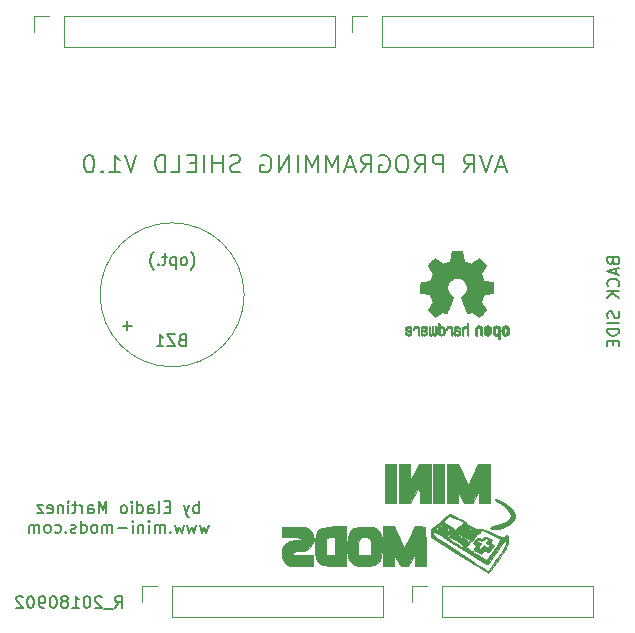
<source format=gbr>
G04 #@! TF.GenerationSoftware,KiCad,Pcbnew,(5.0.0)*
G04 #@! TF.CreationDate,2018-09-03T12:55:52-05:00*
G04 #@! TF.ProjectId,YAPS_Arduino_Shield_AVR,594150535F41726475696E6F5F536869,1.0*
G04 #@! TF.SameCoordinates,Original*
G04 #@! TF.FileFunction,Legend,Bot*
G04 #@! TF.FilePolarity,Positive*
%FSLAX46Y46*%
G04 Gerber Fmt 4.6, Leading zero omitted, Abs format (unit mm)*
G04 Created by KiCad (PCBNEW (5.0.0)) date 09/03/18 12:55:52*
%MOMM*%
%LPD*%
G01*
G04 APERTURE LIST*
%ADD10C,0.150000*%
%ADD11C,0.200000*%
%ADD12C,0.120000*%
%ADD13C,0.010000*%
G04 APERTURE END LIST*
D10*
X177502511Y-95025318D02*
X177550130Y-95168175D01*
X177597749Y-95215794D01*
X177692987Y-95263413D01*
X177835844Y-95263413D01*
X177931082Y-95215794D01*
X177978701Y-95168175D01*
X178026320Y-95072937D01*
X178026320Y-94691984D01*
X177026320Y-94691984D01*
X177026320Y-95025318D01*
X177073940Y-95120556D01*
X177121559Y-95168175D01*
X177216797Y-95215794D01*
X177312035Y-95215794D01*
X177407273Y-95168175D01*
X177454892Y-95120556D01*
X177502511Y-95025318D01*
X177502511Y-94691984D01*
X177740606Y-95644365D02*
X177740606Y-96120556D01*
X178026320Y-95549127D02*
X177026320Y-95882460D01*
X178026320Y-96215794D01*
X177931082Y-97120556D02*
X177978701Y-97072937D01*
X178026320Y-96930080D01*
X178026320Y-96834841D01*
X177978701Y-96691984D01*
X177883463Y-96596746D01*
X177788225Y-96549127D01*
X177597749Y-96501508D01*
X177454892Y-96501508D01*
X177264416Y-96549127D01*
X177169178Y-96596746D01*
X177073940Y-96691984D01*
X177026320Y-96834841D01*
X177026320Y-96930080D01*
X177073940Y-97072937D01*
X177121559Y-97120556D01*
X178026320Y-97549127D02*
X177026320Y-97549127D01*
X178026320Y-98120556D02*
X177454892Y-97691984D01*
X177026320Y-98120556D02*
X177597749Y-97549127D01*
X177978701Y-99263413D02*
X178026320Y-99406270D01*
X178026320Y-99644365D01*
X177978701Y-99739603D01*
X177931082Y-99787222D01*
X177835844Y-99834841D01*
X177740606Y-99834841D01*
X177645368Y-99787222D01*
X177597749Y-99739603D01*
X177550130Y-99644365D01*
X177502511Y-99453889D01*
X177454892Y-99358651D01*
X177407273Y-99311032D01*
X177312035Y-99263413D01*
X177216797Y-99263413D01*
X177121559Y-99311032D01*
X177073940Y-99358651D01*
X177026320Y-99453889D01*
X177026320Y-99691984D01*
X177073940Y-99834841D01*
X178026320Y-100263413D02*
X177026320Y-100263413D01*
X178026320Y-100739603D02*
X177026320Y-100739603D01*
X177026320Y-100977699D01*
X177073940Y-101120556D01*
X177169178Y-101215794D01*
X177264416Y-101263413D01*
X177454892Y-101311032D01*
X177597749Y-101311032D01*
X177788225Y-101263413D01*
X177883463Y-101215794D01*
X177978701Y-101120556D01*
X178026320Y-100977699D01*
X178026320Y-100739603D01*
X177502511Y-101739603D02*
X177502511Y-102072937D01*
X178026320Y-102215794D02*
X178026320Y-101739603D01*
X177026320Y-101739603D01*
X177026320Y-102215794D01*
X142430283Y-116351205D02*
X142430283Y-115351205D01*
X142430283Y-115732158D02*
X142335045Y-115684539D01*
X142144569Y-115684539D01*
X142049331Y-115732158D01*
X142001712Y-115779777D01*
X141954093Y-115875015D01*
X141954093Y-116160729D01*
X142001712Y-116255967D01*
X142049331Y-116303586D01*
X142144569Y-116351205D01*
X142335045Y-116351205D01*
X142430283Y-116303586D01*
X141620760Y-115684539D02*
X141382664Y-116351205D01*
X141144569Y-115684539D02*
X141382664Y-116351205D01*
X141477902Y-116589301D01*
X141525521Y-116636920D01*
X141620760Y-116684539D01*
X140001712Y-115827396D02*
X139668379Y-115827396D01*
X139525521Y-116351205D02*
X140001712Y-116351205D01*
X140001712Y-115351205D01*
X139525521Y-115351205D01*
X138954093Y-116351205D02*
X139049331Y-116303586D01*
X139096950Y-116208348D01*
X139096950Y-115351205D01*
X138144569Y-116351205D02*
X138144569Y-115827396D01*
X138192188Y-115732158D01*
X138287426Y-115684539D01*
X138477902Y-115684539D01*
X138573140Y-115732158D01*
X138144569Y-116303586D02*
X138239807Y-116351205D01*
X138477902Y-116351205D01*
X138573140Y-116303586D01*
X138620760Y-116208348D01*
X138620760Y-116113110D01*
X138573140Y-116017872D01*
X138477902Y-115970253D01*
X138239807Y-115970253D01*
X138144569Y-115922634D01*
X137239807Y-116351205D02*
X137239807Y-115351205D01*
X137239807Y-116303586D02*
X137335045Y-116351205D01*
X137525521Y-116351205D01*
X137620760Y-116303586D01*
X137668379Y-116255967D01*
X137715998Y-116160729D01*
X137715998Y-115875015D01*
X137668379Y-115779777D01*
X137620760Y-115732158D01*
X137525521Y-115684539D01*
X137335045Y-115684539D01*
X137239807Y-115732158D01*
X136763617Y-116351205D02*
X136763617Y-115684539D01*
X136763617Y-115351205D02*
X136811236Y-115398825D01*
X136763617Y-115446444D01*
X136715998Y-115398825D01*
X136763617Y-115351205D01*
X136763617Y-115446444D01*
X136144569Y-116351205D02*
X136239807Y-116303586D01*
X136287426Y-116255967D01*
X136335045Y-116160729D01*
X136335045Y-115875015D01*
X136287426Y-115779777D01*
X136239807Y-115732158D01*
X136144569Y-115684539D01*
X136001712Y-115684539D01*
X135906474Y-115732158D01*
X135858855Y-115779777D01*
X135811236Y-115875015D01*
X135811236Y-116160729D01*
X135858855Y-116255967D01*
X135906474Y-116303586D01*
X136001712Y-116351205D01*
X136144569Y-116351205D01*
X134620760Y-116351205D02*
X134620760Y-115351205D01*
X134287426Y-116065491D01*
X133954093Y-115351205D01*
X133954093Y-116351205D01*
X133049331Y-116351205D02*
X133049331Y-115827396D01*
X133096950Y-115732158D01*
X133192188Y-115684539D01*
X133382664Y-115684539D01*
X133477902Y-115732158D01*
X133049331Y-116303586D02*
X133144569Y-116351205D01*
X133382664Y-116351205D01*
X133477902Y-116303586D01*
X133525521Y-116208348D01*
X133525521Y-116113110D01*
X133477902Y-116017872D01*
X133382664Y-115970253D01*
X133144569Y-115970253D01*
X133049331Y-115922634D01*
X132573140Y-116351205D02*
X132573140Y-115684539D01*
X132573140Y-115875015D02*
X132525521Y-115779777D01*
X132477902Y-115732158D01*
X132382664Y-115684539D01*
X132287426Y-115684539D01*
X132096950Y-115684539D02*
X131715998Y-115684539D01*
X131954093Y-115351205D02*
X131954093Y-116208348D01*
X131906474Y-116303586D01*
X131811236Y-116351205D01*
X131715998Y-116351205D01*
X131382664Y-116351205D02*
X131382664Y-115684539D01*
X131382664Y-115351205D02*
X131430283Y-115398825D01*
X131382664Y-115446444D01*
X131335045Y-115398825D01*
X131382664Y-115351205D01*
X131382664Y-115446444D01*
X130906474Y-115684539D02*
X130906474Y-116351205D01*
X130906474Y-115779777D02*
X130858855Y-115732158D01*
X130763617Y-115684539D01*
X130620760Y-115684539D01*
X130525521Y-115732158D01*
X130477902Y-115827396D01*
X130477902Y-116351205D01*
X129620760Y-116303586D02*
X129715998Y-116351205D01*
X129906474Y-116351205D01*
X130001712Y-116303586D01*
X130049331Y-116208348D01*
X130049331Y-115827396D01*
X130001712Y-115732158D01*
X129906474Y-115684539D01*
X129715998Y-115684539D01*
X129620760Y-115732158D01*
X129573140Y-115827396D01*
X129573140Y-115922634D01*
X130049331Y-116017872D01*
X129239807Y-115684539D02*
X128715998Y-115684539D01*
X129239807Y-116351205D01*
X128715998Y-116351205D01*
X143263617Y-117334539D02*
X143073140Y-118001205D01*
X142882664Y-117525015D01*
X142692188Y-118001205D01*
X142501712Y-117334539D01*
X142215998Y-117334539D02*
X142025521Y-118001205D01*
X141835045Y-117525015D01*
X141644569Y-118001205D01*
X141454093Y-117334539D01*
X141168379Y-117334539D02*
X140977902Y-118001205D01*
X140787426Y-117525015D01*
X140596950Y-118001205D01*
X140406474Y-117334539D01*
X140025521Y-117905967D02*
X139977902Y-117953586D01*
X140025521Y-118001205D01*
X140073140Y-117953586D01*
X140025521Y-117905967D01*
X140025521Y-118001205D01*
X139549331Y-118001205D02*
X139549331Y-117334539D01*
X139549331Y-117429777D02*
X139501712Y-117382158D01*
X139406474Y-117334539D01*
X139263617Y-117334539D01*
X139168379Y-117382158D01*
X139120760Y-117477396D01*
X139120760Y-118001205D01*
X139120760Y-117477396D02*
X139073140Y-117382158D01*
X138977902Y-117334539D01*
X138835045Y-117334539D01*
X138739807Y-117382158D01*
X138692188Y-117477396D01*
X138692188Y-118001205D01*
X138215998Y-118001205D02*
X138215998Y-117334539D01*
X138215998Y-117001205D02*
X138263617Y-117048825D01*
X138215998Y-117096444D01*
X138168379Y-117048825D01*
X138215998Y-117001205D01*
X138215998Y-117096444D01*
X137739807Y-117334539D02*
X137739807Y-118001205D01*
X137739807Y-117429777D02*
X137692188Y-117382158D01*
X137596950Y-117334539D01*
X137454093Y-117334539D01*
X137358855Y-117382158D01*
X137311236Y-117477396D01*
X137311236Y-118001205D01*
X136835045Y-118001205D02*
X136835045Y-117334539D01*
X136835045Y-117001205D02*
X136882664Y-117048825D01*
X136835045Y-117096444D01*
X136787426Y-117048825D01*
X136835045Y-117001205D01*
X136835045Y-117096444D01*
X136358855Y-117620253D02*
X135596950Y-117620253D01*
X135120760Y-118001205D02*
X135120760Y-117334539D01*
X135120760Y-117429777D02*
X135073140Y-117382158D01*
X134977902Y-117334539D01*
X134835045Y-117334539D01*
X134739807Y-117382158D01*
X134692188Y-117477396D01*
X134692188Y-118001205D01*
X134692188Y-117477396D02*
X134644569Y-117382158D01*
X134549331Y-117334539D01*
X134406474Y-117334539D01*
X134311236Y-117382158D01*
X134263617Y-117477396D01*
X134263617Y-118001205D01*
X133644569Y-118001205D02*
X133739807Y-117953586D01*
X133787426Y-117905967D01*
X133835045Y-117810729D01*
X133835045Y-117525015D01*
X133787426Y-117429777D01*
X133739807Y-117382158D01*
X133644569Y-117334539D01*
X133501712Y-117334539D01*
X133406474Y-117382158D01*
X133358855Y-117429777D01*
X133311236Y-117525015D01*
X133311236Y-117810729D01*
X133358855Y-117905967D01*
X133406474Y-117953586D01*
X133501712Y-118001205D01*
X133644569Y-118001205D01*
X132454093Y-118001205D02*
X132454093Y-117001205D01*
X132454093Y-117953586D02*
X132549331Y-118001205D01*
X132739807Y-118001205D01*
X132835045Y-117953586D01*
X132882664Y-117905967D01*
X132930283Y-117810729D01*
X132930283Y-117525015D01*
X132882664Y-117429777D01*
X132835045Y-117382158D01*
X132739807Y-117334539D01*
X132549331Y-117334539D01*
X132454093Y-117382158D01*
X132025521Y-117953586D02*
X131930283Y-118001205D01*
X131739807Y-118001205D01*
X131644569Y-117953586D01*
X131596950Y-117858348D01*
X131596950Y-117810729D01*
X131644569Y-117715491D01*
X131739807Y-117667872D01*
X131882664Y-117667872D01*
X131977902Y-117620253D01*
X132025521Y-117525015D01*
X132025521Y-117477396D01*
X131977902Y-117382158D01*
X131882664Y-117334539D01*
X131739807Y-117334539D01*
X131644569Y-117382158D01*
X131168379Y-117905967D02*
X131120760Y-117953586D01*
X131168379Y-118001205D01*
X131215998Y-117953586D01*
X131168379Y-117905967D01*
X131168379Y-118001205D01*
X130263617Y-117953586D02*
X130358855Y-118001205D01*
X130549331Y-118001205D01*
X130644569Y-117953586D01*
X130692188Y-117905967D01*
X130739807Y-117810729D01*
X130739807Y-117525015D01*
X130692188Y-117429777D01*
X130644569Y-117382158D01*
X130549331Y-117334539D01*
X130358855Y-117334539D01*
X130263617Y-117382158D01*
X129692188Y-118001205D02*
X129787426Y-117953586D01*
X129835045Y-117905967D01*
X129882664Y-117810729D01*
X129882664Y-117525015D01*
X129835045Y-117429777D01*
X129787426Y-117382158D01*
X129692188Y-117334539D01*
X129549331Y-117334539D01*
X129454093Y-117382158D01*
X129406474Y-117429777D01*
X129358855Y-117525015D01*
X129358855Y-117810729D01*
X129406474Y-117905967D01*
X129454093Y-117953586D01*
X129549331Y-118001205D01*
X129692188Y-118001205D01*
X128930283Y-118001205D02*
X128930283Y-117334539D01*
X128930283Y-117429777D02*
X128882664Y-117382158D01*
X128787426Y-117334539D01*
X128644569Y-117334539D01*
X128549331Y-117382158D01*
X128501712Y-117477396D01*
X128501712Y-118001205D01*
X128501712Y-117477396D02*
X128454093Y-117382158D01*
X128358855Y-117334539D01*
X128215998Y-117334539D01*
X128120760Y-117382158D01*
X128073140Y-117477396D01*
X128073140Y-118001205D01*
D11*
X168372308Y-87069740D02*
X167658022Y-87069740D01*
X168515165Y-87498311D02*
X168015165Y-85998311D01*
X167515165Y-87498311D01*
X167229451Y-85998311D02*
X166729451Y-87498311D01*
X166229451Y-85998311D01*
X164872308Y-87498311D02*
X165372308Y-86784025D01*
X165729451Y-87498311D02*
X165729451Y-85998311D01*
X165158022Y-85998311D01*
X165015165Y-86069740D01*
X164943737Y-86141168D01*
X164872308Y-86284025D01*
X164872308Y-86498311D01*
X164943737Y-86641168D01*
X165015165Y-86712597D01*
X165158022Y-86784025D01*
X165729451Y-86784025D01*
X163086594Y-87498311D02*
X163086594Y-85998311D01*
X162515165Y-85998311D01*
X162372308Y-86069740D01*
X162300880Y-86141168D01*
X162229451Y-86284025D01*
X162229451Y-86498311D01*
X162300880Y-86641168D01*
X162372308Y-86712597D01*
X162515165Y-86784025D01*
X163086594Y-86784025D01*
X160729451Y-87498311D02*
X161229451Y-86784025D01*
X161586594Y-87498311D02*
X161586594Y-85998311D01*
X161015165Y-85998311D01*
X160872308Y-86069740D01*
X160800880Y-86141168D01*
X160729451Y-86284025D01*
X160729451Y-86498311D01*
X160800880Y-86641168D01*
X160872308Y-86712597D01*
X161015165Y-86784025D01*
X161586594Y-86784025D01*
X159800880Y-85998311D02*
X159515165Y-85998311D01*
X159372308Y-86069740D01*
X159229451Y-86212597D01*
X159158022Y-86498311D01*
X159158022Y-86998311D01*
X159229451Y-87284025D01*
X159372308Y-87426882D01*
X159515165Y-87498311D01*
X159800880Y-87498311D01*
X159943737Y-87426882D01*
X160086594Y-87284025D01*
X160158022Y-86998311D01*
X160158022Y-86498311D01*
X160086594Y-86212597D01*
X159943737Y-86069740D01*
X159800880Y-85998311D01*
X157729451Y-86069740D02*
X157872308Y-85998311D01*
X158086594Y-85998311D01*
X158300880Y-86069740D01*
X158443737Y-86212597D01*
X158515165Y-86355454D01*
X158586594Y-86641168D01*
X158586594Y-86855454D01*
X158515165Y-87141168D01*
X158443737Y-87284025D01*
X158300880Y-87426882D01*
X158086594Y-87498311D01*
X157943737Y-87498311D01*
X157729451Y-87426882D01*
X157658022Y-87355454D01*
X157658022Y-86855454D01*
X157943737Y-86855454D01*
X156158022Y-87498311D02*
X156658022Y-86784025D01*
X157015165Y-87498311D02*
X157015165Y-85998311D01*
X156443737Y-85998311D01*
X156300880Y-86069740D01*
X156229451Y-86141168D01*
X156158022Y-86284025D01*
X156158022Y-86498311D01*
X156229451Y-86641168D01*
X156300880Y-86712597D01*
X156443737Y-86784025D01*
X157015165Y-86784025D01*
X155586594Y-87069740D02*
X154872308Y-87069740D01*
X155729451Y-87498311D02*
X155229451Y-85998311D01*
X154729451Y-87498311D01*
X154229451Y-87498311D02*
X154229451Y-85998311D01*
X153729451Y-87069740D01*
X153229451Y-85998311D01*
X153229451Y-87498311D01*
X152515165Y-87498311D02*
X152515165Y-85998311D01*
X152015165Y-87069740D01*
X151515165Y-85998311D01*
X151515165Y-87498311D01*
X150800880Y-87498311D02*
X150800880Y-85998311D01*
X150086594Y-87498311D02*
X150086594Y-85998311D01*
X149229451Y-87498311D01*
X149229451Y-85998311D01*
X147729451Y-86069740D02*
X147872308Y-85998311D01*
X148086594Y-85998311D01*
X148300880Y-86069740D01*
X148443737Y-86212597D01*
X148515165Y-86355454D01*
X148586594Y-86641168D01*
X148586594Y-86855454D01*
X148515165Y-87141168D01*
X148443737Y-87284025D01*
X148300880Y-87426882D01*
X148086594Y-87498311D01*
X147943737Y-87498311D01*
X147729451Y-87426882D01*
X147658022Y-87355454D01*
X147658022Y-86855454D01*
X147943737Y-86855454D01*
X145943737Y-87426882D02*
X145729451Y-87498311D01*
X145372308Y-87498311D01*
X145229451Y-87426882D01*
X145158022Y-87355454D01*
X145086594Y-87212597D01*
X145086594Y-87069740D01*
X145158022Y-86926882D01*
X145229451Y-86855454D01*
X145372308Y-86784025D01*
X145658022Y-86712597D01*
X145800880Y-86641168D01*
X145872308Y-86569740D01*
X145943737Y-86426882D01*
X145943737Y-86284025D01*
X145872308Y-86141168D01*
X145800880Y-86069740D01*
X145658022Y-85998311D01*
X145300880Y-85998311D01*
X145086594Y-86069740D01*
X144443737Y-87498311D02*
X144443737Y-85998311D01*
X144443737Y-86712597D02*
X143586594Y-86712597D01*
X143586594Y-87498311D02*
X143586594Y-85998311D01*
X142872308Y-87498311D02*
X142872308Y-85998311D01*
X142158022Y-86712597D02*
X141658022Y-86712597D01*
X141443737Y-87498311D02*
X142158022Y-87498311D01*
X142158022Y-85998311D01*
X141443737Y-85998311D01*
X140086594Y-87498311D02*
X140800880Y-87498311D01*
X140800880Y-85998311D01*
X139586594Y-87498311D02*
X139586594Y-85998311D01*
X139229451Y-85998311D01*
X139015165Y-86069740D01*
X138872308Y-86212597D01*
X138800880Y-86355454D01*
X138729451Y-86641168D01*
X138729451Y-86855454D01*
X138800880Y-87141168D01*
X138872308Y-87284025D01*
X139015165Y-87426882D01*
X139229451Y-87498311D01*
X139586594Y-87498311D01*
X137158022Y-85998311D02*
X136658022Y-87498311D01*
X136158022Y-85998311D01*
X134872308Y-87498311D02*
X135729451Y-87498311D01*
X135300880Y-87498311D02*
X135300880Y-85998311D01*
X135443737Y-86212597D01*
X135586594Y-86355454D01*
X135729451Y-86426882D01*
X134229451Y-87355454D02*
X134158022Y-87426882D01*
X134229451Y-87498311D01*
X134300880Y-87426882D01*
X134229451Y-87355454D01*
X134229451Y-87498311D01*
X133229451Y-85998311D02*
X133086594Y-85998311D01*
X132943737Y-86069740D01*
X132872308Y-86141168D01*
X132800880Y-86284025D01*
X132729451Y-86569740D01*
X132729451Y-86926882D01*
X132800880Y-87212597D01*
X132872308Y-87355454D01*
X132943737Y-87426882D01*
X133086594Y-87498311D01*
X133229451Y-87498311D01*
X133372308Y-87426882D01*
X133443737Y-87355454D01*
X133515165Y-87212597D01*
X133586594Y-86926882D01*
X133586594Y-86569740D01*
X133515165Y-86284025D01*
X133443737Y-86141168D01*
X133372308Y-86069740D01*
X133229451Y-85998311D01*
D10*
X135341192Y-124366280D02*
X135674525Y-123890090D01*
X135912620Y-124366280D02*
X135912620Y-123366280D01*
X135531668Y-123366280D01*
X135436430Y-123413900D01*
X135388811Y-123461519D01*
X135341192Y-123556757D01*
X135341192Y-123699614D01*
X135388811Y-123794852D01*
X135436430Y-123842471D01*
X135531668Y-123890090D01*
X135912620Y-123890090D01*
X135150716Y-124461519D02*
X134388811Y-124461519D01*
X134198335Y-123461519D02*
X134150716Y-123413900D01*
X134055478Y-123366280D01*
X133817382Y-123366280D01*
X133722144Y-123413900D01*
X133674525Y-123461519D01*
X133626906Y-123556757D01*
X133626906Y-123651995D01*
X133674525Y-123794852D01*
X134245954Y-124366280D01*
X133626906Y-124366280D01*
X133007859Y-123366280D02*
X132912620Y-123366280D01*
X132817382Y-123413900D01*
X132769763Y-123461519D01*
X132722144Y-123556757D01*
X132674525Y-123747233D01*
X132674525Y-123985328D01*
X132722144Y-124175804D01*
X132769763Y-124271042D01*
X132817382Y-124318661D01*
X132912620Y-124366280D01*
X133007859Y-124366280D01*
X133103097Y-124318661D01*
X133150716Y-124271042D01*
X133198335Y-124175804D01*
X133245954Y-123985328D01*
X133245954Y-123747233D01*
X133198335Y-123556757D01*
X133150716Y-123461519D01*
X133103097Y-123413900D01*
X133007859Y-123366280D01*
X131722144Y-124366280D02*
X132293573Y-124366280D01*
X132007859Y-124366280D02*
X132007859Y-123366280D01*
X132103097Y-123509138D01*
X132198335Y-123604376D01*
X132293573Y-123651995D01*
X131150716Y-123794852D02*
X131245954Y-123747233D01*
X131293573Y-123699614D01*
X131341192Y-123604376D01*
X131341192Y-123556757D01*
X131293573Y-123461519D01*
X131245954Y-123413900D01*
X131150716Y-123366280D01*
X130960240Y-123366280D01*
X130865001Y-123413900D01*
X130817382Y-123461519D01*
X130769763Y-123556757D01*
X130769763Y-123604376D01*
X130817382Y-123699614D01*
X130865001Y-123747233D01*
X130960240Y-123794852D01*
X131150716Y-123794852D01*
X131245954Y-123842471D01*
X131293573Y-123890090D01*
X131341192Y-123985328D01*
X131341192Y-124175804D01*
X131293573Y-124271042D01*
X131245954Y-124318661D01*
X131150716Y-124366280D01*
X130960240Y-124366280D01*
X130865001Y-124318661D01*
X130817382Y-124271042D01*
X130769763Y-124175804D01*
X130769763Y-123985328D01*
X130817382Y-123890090D01*
X130865001Y-123842471D01*
X130960240Y-123794852D01*
X130150716Y-123366280D02*
X130055478Y-123366280D01*
X129960240Y-123413900D01*
X129912620Y-123461519D01*
X129865001Y-123556757D01*
X129817382Y-123747233D01*
X129817382Y-123985328D01*
X129865001Y-124175804D01*
X129912620Y-124271042D01*
X129960240Y-124318661D01*
X130055478Y-124366280D01*
X130150716Y-124366280D01*
X130245954Y-124318661D01*
X130293573Y-124271042D01*
X130341192Y-124175804D01*
X130388811Y-123985328D01*
X130388811Y-123747233D01*
X130341192Y-123556757D01*
X130293573Y-123461519D01*
X130245954Y-123413900D01*
X130150716Y-123366280D01*
X129341192Y-124366280D02*
X129150716Y-124366280D01*
X129055478Y-124318661D01*
X129007859Y-124271042D01*
X128912620Y-124128185D01*
X128865001Y-123937709D01*
X128865001Y-123556757D01*
X128912620Y-123461519D01*
X128960240Y-123413900D01*
X129055478Y-123366280D01*
X129245954Y-123366280D01*
X129341192Y-123413900D01*
X129388811Y-123461519D01*
X129436430Y-123556757D01*
X129436430Y-123794852D01*
X129388811Y-123890090D01*
X129341192Y-123937709D01*
X129245954Y-123985328D01*
X129055478Y-123985328D01*
X128960240Y-123937709D01*
X128912620Y-123890090D01*
X128865001Y-123794852D01*
X128245954Y-123366280D02*
X128150716Y-123366280D01*
X128055478Y-123413900D01*
X128007859Y-123461519D01*
X127960240Y-123556757D01*
X127912620Y-123747233D01*
X127912620Y-123985328D01*
X127960240Y-124175804D01*
X128007859Y-124271042D01*
X128055478Y-124318661D01*
X128150716Y-124366280D01*
X128245954Y-124366280D01*
X128341192Y-124318661D01*
X128388811Y-124271042D01*
X128436430Y-124175804D01*
X128484049Y-123985328D01*
X128484049Y-123747233D01*
X128436430Y-123556757D01*
X128388811Y-123461519D01*
X128341192Y-123413900D01*
X128245954Y-123366280D01*
X127531668Y-123461519D02*
X127484049Y-123413900D01*
X127388811Y-123366280D01*
X127150716Y-123366280D01*
X127055478Y-123413900D01*
X127007859Y-123461519D01*
X126960240Y-123556757D01*
X126960240Y-123651995D01*
X127007859Y-123794852D01*
X127579287Y-124366280D01*
X126960240Y-124366280D01*
X141764188Y-95727733D02*
X141811807Y-95680114D01*
X141907045Y-95537257D01*
X141954664Y-95442019D01*
X142002283Y-95299161D01*
X142049902Y-95061066D01*
X142049902Y-94870590D01*
X142002283Y-94632495D01*
X141954664Y-94489638D01*
X141907045Y-94394400D01*
X141811807Y-94251542D01*
X141764188Y-94203923D01*
X141240379Y-95346780D02*
X141335617Y-95299161D01*
X141383236Y-95251542D01*
X141430855Y-95156304D01*
X141430855Y-94870590D01*
X141383236Y-94775352D01*
X141335617Y-94727733D01*
X141240379Y-94680114D01*
X141097521Y-94680114D01*
X141002283Y-94727733D01*
X140954664Y-94775352D01*
X140907045Y-94870590D01*
X140907045Y-95156304D01*
X140954664Y-95251542D01*
X141002283Y-95299161D01*
X141097521Y-95346780D01*
X141240379Y-95346780D01*
X140478474Y-94680114D02*
X140478474Y-95680114D01*
X140478474Y-94727733D02*
X140383236Y-94680114D01*
X140192760Y-94680114D01*
X140097521Y-94727733D01*
X140049902Y-94775352D01*
X140002283Y-94870590D01*
X140002283Y-95156304D01*
X140049902Y-95251542D01*
X140097521Y-95299161D01*
X140192760Y-95346780D01*
X140383236Y-95346780D01*
X140478474Y-95299161D01*
X139716569Y-94680114D02*
X139335617Y-94680114D01*
X139573712Y-94346780D02*
X139573712Y-95203923D01*
X139526093Y-95299161D01*
X139430855Y-95346780D01*
X139335617Y-95346780D01*
X139002283Y-95251542D02*
X138954664Y-95299161D01*
X139002283Y-95346780D01*
X139049902Y-95299161D01*
X139002283Y-95251542D01*
X139002283Y-95346780D01*
X138621331Y-95727733D02*
X138573712Y-95680114D01*
X138478474Y-95537257D01*
X138430855Y-95442019D01*
X138383236Y-95299161D01*
X138335617Y-95061066D01*
X138335617Y-94870590D01*
X138383236Y-94632495D01*
X138430855Y-94489638D01*
X138478474Y-94394400D01*
X138573712Y-94251542D01*
X138621331Y-94203923D01*
D12*
G04 #@! TO.C,P4*
X155388000Y-74235000D02*
X155388000Y-75565000D01*
X156718000Y-74235000D02*
X155388000Y-74235000D01*
X157988000Y-74235000D02*
X157988000Y-76895000D01*
X157988000Y-76895000D02*
X175828000Y-76895000D01*
X157988000Y-74235000D02*
X175828000Y-74235000D01*
X175828000Y-74235000D02*
X175828000Y-76895000D01*
G04 #@! TO.C,P3*
X128464000Y-74235000D02*
X128464000Y-75565000D01*
X129794000Y-74235000D02*
X128464000Y-74235000D01*
X131064000Y-74235000D02*
X131064000Y-76895000D01*
X131064000Y-76895000D02*
X153984000Y-76895000D01*
X131064000Y-74235000D02*
X153984000Y-74235000D01*
X153984000Y-74235000D02*
X153984000Y-76895000D01*
G04 #@! TO.C,P2*
X160468000Y-122495000D02*
X160468000Y-123825000D01*
X161798000Y-122495000D02*
X160468000Y-122495000D01*
X163068000Y-122495000D02*
X163068000Y-125155000D01*
X163068000Y-125155000D02*
X175828000Y-125155000D01*
X163068000Y-122495000D02*
X175828000Y-122495000D01*
X175828000Y-122495000D02*
X175828000Y-125155000D01*
G04 #@! TO.C,P1*
X137608000Y-122495000D02*
X137608000Y-123825000D01*
X138938000Y-122495000D02*
X137608000Y-122495000D01*
X140208000Y-122495000D02*
X140208000Y-125155000D01*
X140208000Y-125155000D02*
X158048000Y-125155000D01*
X140208000Y-122495000D02*
X158048000Y-122495000D01*
X158048000Y-122495000D02*
X158048000Y-125155000D01*
G04 #@! TO.C,BZ1*
X146275000Y-97858600D02*
G75*
G03X146275000Y-97858600I-6100000J0D01*
G01*
D13*
G04 #@! TO.C,G01*
G36*
X166551523Y-118403948D02*
X166534518Y-118426562D01*
X166423798Y-118529827D01*
X166293701Y-118501857D01*
X166243376Y-118472797D01*
X166111137Y-118416950D01*
X165996812Y-118460472D01*
X165859895Y-118599797D01*
X165703851Y-118792787D01*
X165662641Y-118910568D01*
X165729960Y-118996247D01*
X165795960Y-119036933D01*
X165893322Y-119124758D01*
X165839540Y-119226145D01*
X165838293Y-119227407D01*
X165749014Y-119346760D01*
X165771469Y-119448748D01*
X165922680Y-119571793D01*
X166017620Y-119632175D01*
X166221798Y-119755365D01*
X166332765Y-119793846D01*
X166403353Y-119748609D01*
X166473770Y-119640748D01*
X166577785Y-119527576D01*
X166715183Y-119537943D01*
X166784989Y-119567174D01*
X166936887Y-119612616D01*
X167061896Y-119563137D01*
X167205971Y-119417340D01*
X167365705Y-119220615D01*
X167409528Y-119100050D01*
X167386065Y-119069767D01*
X167041301Y-119069767D01*
X167034919Y-119168617D01*
X166983438Y-119256875D01*
X166896755Y-119244869D01*
X166772462Y-119169188D01*
X166616726Y-119082342D01*
X166522179Y-119104737D01*
X166439219Y-119208483D01*
X166285697Y-119363921D01*
X166159970Y-119357854D01*
X166119389Y-119310007D01*
X166136251Y-119202226D01*
X166199059Y-119130306D01*
X166312368Y-118991644D01*
X166291349Y-118897797D01*
X166203124Y-118877080D01*
X166054641Y-118818551D01*
X166005407Y-118688144D01*
X166027722Y-118624814D01*
X166134312Y-118594462D01*
X166239649Y-118642223D01*
X166385762Y-118694274D01*
X166528782Y-118624261D01*
X166576391Y-118583223D01*
X166727780Y-118481035D01*
X166837221Y-118509672D01*
X166852061Y-118523481D01*
X166907201Y-118638781D01*
X166850060Y-118724680D01*
X166755832Y-118863556D01*
X166820341Y-118952399D01*
X166918143Y-118986370D01*
X167041301Y-119069767D01*
X167386065Y-119069767D01*
X167341679Y-119012482D01*
X167250994Y-118958821D01*
X167133639Y-118866605D01*
X167161572Y-118763420D01*
X167178392Y-118742130D01*
X167243003Y-118654788D01*
X167234238Y-118591457D01*
X167125119Y-118516513D01*
X166931528Y-118416163D01*
X166741175Y-118328122D01*
X166635658Y-118323497D01*
X166551523Y-118403948D01*
X166551523Y-118403948D01*
G37*
X166551523Y-118403948D02*
X166534518Y-118426562D01*
X166423798Y-118529827D01*
X166293701Y-118501857D01*
X166243376Y-118472797D01*
X166111137Y-118416950D01*
X165996812Y-118460472D01*
X165859895Y-118599797D01*
X165703851Y-118792787D01*
X165662641Y-118910568D01*
X165729960Y-118996247D01*
X165795960Y-119036933D01*
X165893322Y-119124758D01*
X165839540Y-119226145D01*
X165838293Y-119227407D01*
X165749014Y-119346760D01*
X165771469Y-119448748D01*
X165922680Y-119571793D01*
X166017620Y-119632175D01*
X166221798Y-119755365D01*
X166332765Y-119793846D01*
X166403353Y-119748609D01*
X166473770Y-119640748D01*
X166577785Y-119527576D01*
X166715183Y-119537943D01*
X166784989Y-119567174D01*
X166936887Y-119612616D01*
X167061896Y-119563137D01*
X167205971Y-119417340D01*
X167365705Y-119220615D01*
X167409528Y-119100050D01*
X167386065Y-119069767D01*
X167041301Y-119069767D01*
X167034919Y-119168617D01*
X166983438Y-119256875D01*
X166896755Y-119244869D01*
X166772462Y-119169188D01*
X166616726Y-119082342D01*
X166522179Y-119104737D01*
X166439219Y-119208483D01*
X166285697Y-119363921D01*
X166159970Y-119357854D01*
X166119389Y-119310007D01*
X166136251Y-119202226D01*
X166199059Y-119130306D01*
X166312368Y-118991644D01*
X166291349Y-118897797D01*
X166203124Y-118877080D01*
X166054641Y-118818551D01*
X166005407Y-118688144D01*
X166027722Y-118624814D01*
X166134312Y-118594462D01*
X166239649Y-118642223D01*
X166385762Y-118694274D01*
X166528782Y-118624261D01*
X166576391Y-118583223D01*
X166727780Y-118481035D01*
X166837221Y-118509672D01*
X166852061Y-118523481D01*
X166907201Y-118638781D01*
X166850060Y-118724680D01*
X166755832Y-118863556D01*
X166820341Y-118952399D01*
X166918143Y-118986370D01*
X167041301Y-119069767D01*
X167386065Y-119069767D01*
X167341679Y-119012482D01*
X167250994Y-118958821D01*
X167133639Y-118866605D01*
X167161572Y-118763420D01*
X167178392Y-118742130D01*
X167243003Y-118654788D01*
X167234238Y-118591457D01*
X167125119Y-118516513D01*
X166931528Y-118416163D01*
X166741175Y-118328122D01*
X166635658Y-118323497D01*
X166551523Y-118403948D01*
G36*
X158197127Y-115490414D02*
X159128460Y-115490414D01*
X159128460Y-112188414D01*
X158197127Y-112188414D01*
X158197127Y-115490414D01*
X158197127Y-115490414D01*
G37*
X158197127Y-115490414D02*
X159128460Y-115490414D01*
X159128460Y-112188414D01*
X158197127Y-112188414D01*
X158197127Y-115490414D01*
G36*
X159382460Y-115490414D02*
X160311533Y-115490414D01*
X161118127Y-114100512D01*
X161142718Y-114795463D01*
X161167308Y-115490414D01*
X162091793Y-115490414D01*
X162091793Y-113839414D01*
X161634598Y-113839414D01*
X161633011Y-114226135D01*
X161628479Y-114492307D01*
X161621576Y-114624867D01*
X161612874Y-114610749D01*
X161605673Y-114499450D01*
X161594769Y-114085664D01*
X161595288Y-113612831D01*
X161605457Y-113229450D01*
X161615033Y-113082986D01*
X161623296Y-113093922D01*
X161629677Y-113250328D01*
X161633605Y-113540272D01*
X161634598Y-113839414D01*
X162091793Y-113839414D01*
X162091793Y-112188414D01*
X161604960Y-112189132D01*
X161118127Y-112189851D01*
X160718365Y-112887632D01*
X160318602Y-113585414D01*
X160316198Y-112886914D01*
X160313793Y-112188414D01*
X159382460Y-112188414D01*
X159382460Y-115490414D01*
X159382460Y-115490414D01*
G37*
X159382460Y-115490414D02*
X160311533Y-115490414D01*
X161118127Y-114100512D01*
X161142718Y-114795463D01*
X161167308Y-115490414D01*
X162091793Y-115490414D01*
X162091793Y-113839414D01*
X161634598Y-113839414D01*
X161633011Y-114226135D01*
X161628479Y-114492307D01*
X161621576Y-114624867D01*
X161612874Y-114610749D01*
X161605673Y-114499450D01*
X161594769Y-114085664D01*
X161595288Y-113612831D01*
X161605457Y-113229450D01*
X161615033Y-113082986D01*
X161623296Y-113093922D01*
X161629677Y-113250328D01*
X161633605Y-113540272D01*
X161634598Y-113839414D01*
X162091793Y-113839414D01*
X162091793Y-112188414D01*
X161604960Y-112189132D01*
X161118127Y-112189851D01*
X160718365Y-112887632D01*
X160318602Y-113585414D01*
X160316198Y-112886914D01*
X160313793Y-112188414D01*
X159382460Y-112188414D01*
X159382460Y-115490414D01*
G36*
X162261127Y-115490414D02*
X163192460Y-115490414D01*
X163192460Y-112188414D01*
X162261127Y-112188414D01*
X162261127Y-115490414D01*
X162261127Y-115490414D01*
G37*
X162261127Y-115490414D02*
X163192460Y-115490414D01*
X163192460Y-112188414D01*
X162261127Y-112188414D01*
X162261127Y-115490414D01*
G36*
X165687165Y-113079537D02*
X165522965Y-113422795D01*
X165379788Y-113693131D01*
X165273328Y-113862812D01*
X165220014Y-113905037D01*
X165162605Y-113804613D01*
X165053952Y-113584463D01*
X164911057Y-113279834D01*
X164790324Y-113014194D01*
X164420127Y-112188974D01*
X163933293Y-112188694D01*
X163446460Y-112188414D01*
X163446460Y-115490414D01*
X164377793Y-115490414D01*
X164385075Y-114961247D01*
X164392356Y-114432080D01*
X164886356Y-115490414D01*
X165625192Y-115490414D01*
X165886008Y-114918914D01*
X166146823Y-114347414D01*
X166155793Y-115490414D01*
X167087127Y-115490414D01*
X167087127Y-112188414D01*
X166094824Y-112188414D01*
X165687165Y-113079537D01*
X165687165Y-113079537D01*
G37*
X165687165Y-113079537D02*
X165522965Y-113422795D01*
X165379788Y-113693131D01*
X165273328Y-113862812D01*
X165220014Y-113905037D01*
X165162605Y-113804613D01*
X165053952Y-113584463D01*
X164911057Y-113279834D01*
X164790324Y-113014194D01*
X164420127Y-112188974D01*
X163933293Y-112188694D01*
X163446460Y-112188414D01*
X163446460Y-115490414D01*
X164377793Y-115490414D01*
X164385075Y-114961247D01*
X164392356Y-114432080D01*
X164886356Y-115490414D01*
X165625192Y-115490414D01*
X165886008Y-114918914D01*
X166146823Y-114347414D01*
X166155793Y-115490414D01*
X167087127Y-115490414D01*
X167087127Y-112188414D01*
X166094824Y-112188414D01*
X165687165Y-113079537D01*
G36*
X167539337Y-115179315D02*
X167541717Y-115268480D01*
X167597579Y-115315841D01*
X168157400Y-115668538D01*
X168552639Y-116000800D01*
X168783252Y-116309940D01*
X168849194Y-116593270D01*
X168750421Y-116848101D01*
X168486887Y-117071745D01*
X168058549Y-117261513D01*
X167631827Y-117379377D01*
X167321247Y-117467666D01*
X167144624Y-117554237D01*
X167109401Y-117627195D01*
X167223019Y-117674648D01*
X167439905Y-117686083D01*
X167771014Y-117655080D01*
X168104363Y-117586408D01*
X168147234Y-117573741D01*
X168626645Y-117367438D01*
X168696806Y-117310747D01*
X168441793Y-117310747D01*
X168399460Y-117353080D01*
X168357127Y-117310747D01*
X168399460Y-117268414D01*
X168441793Y-117310747D01*
X168696806Y-117310747D01*
X168928732Y-117123349D01*
X168682146Y-117123349D01*
X168661545Y-117170665D01*
X168576295Y-117261559D01*
X168527284Y-117242913D01*
X168526460Y-117231077D01*
X168586597Y-117159464D01*
X168624209Y-117133329D01*
X168682146Y-117123349D01*
X168928732Y-117123349D01*
X168961357Y-117096988D01*
X169081121Y-116921378D01*
X169127440Y-116802747D01*
X169034460Y-116802747D01*
X168992127Y-116845080D01*
X168949793Y-116802747D01*
X168992127Y-116760414D01*
X169034460Y-116802747D01*
X169127440Y-116802747D01*
X169182419Y-116661939D01*
X169176534Y-116434556D01*
X169054443Y-116184499D01*
X168931477Y-116013547D01*
X168749898Y-115825219D01*
X168499578Y-115625721D01*
X168218097Y-115437573D01*
X167943034Y-115283296D01*
X167711971Y-115185407D01*
X167562486Y-115166427D01*
X167539337Y-115179315D01*
X167539337Y-115179315D01*
G37*
X167539337Y-115179315D02*
X167541717Y-115268480D01*
X167597579Y-115315841D01*
X168157400Y-115668538D01*
X168552639Y-116000800D01*
X168783252Y-116309940D01*
X168849194Y-116593270D01*
X168750421Y-116848101D01*
X168486887Y-117071745D01*
X168058549Y-117261513D01*
X167631827Y-117379377D01*
X167321247Y-117467666D01*
X167144624Y-117554237D01*
X167109401Y-117627195D01*
X167223019Y-117674648D01*
X167439905Y-117686083D01*
X167771014Y-117655080D01*
X168104363Y-117586408D01*
X168147234Y-117573741D01*
X168626645Y-117367438D01*
X168696806Y-117310747D01*
X168441793Y-117310747D01*
X168399460Y-117353080D01*
X168357127Y-117310747D01*
X168399460Y-117268414D01*
X168441793Y-117310747D01*
X168696806Y-117310747D01*
X168928732Y-117123349D01*
X168682146Y-117123349D01*
X168661545Y-117170665D01*
X168576295Y-117261559D01*
X168527284Y-117242913D01*
X168526460Y-117231077D01*
X168586597Y-117159464D01*
X168624209Y-117133329D01*
X168682146Y-117123349D01*
X168928732Y-117123349D01*
X168961357Y-117096988D01*
X169081121Y-116921378D01*
X169127440Y-116802747D01*
X169034460Y-116802747D01*
X168992127Y-116845080D01*
X168949793Y-116802747D01*
X168992127Y-116760414D01*
X169034460Y-116802747D01*
X169127440Y-116802747D01*
X169182419Y-116661939D01*
X169176534Y-116434556D01*
X169054443Y-116184499D01*
X168931477Y-116013547D01*
X168749898Y-115825219D01*
X168499578Y-115625721D01*
X168218097Y-115437573D01*
X167943034Y-115283296D01*
X167711971Y-115185407D01*
X167562486Y-115166427D01*
X167539337Y-115179315D01*
G36*
X149467611Y-118369080D02*
X150255202Y-118370377D01*
X150654299Y-118381452D01*
X150968040Y-118410314D01*
X151176352Y-118452570D01*
X151259165Y-118503824D01*
X151196410Y-118559682D01*
X151167421Y-118570111D01*
X151018612Y-118598023D01*
X150763977Y-118627632D01*
X150542011Y-118646288D01*
X150241228Y-118678981D01*
X150040699Y-118744431D01*
X149871363Y-118872930D01*
X149758844Y-118989793D01*
X149591171Y-119194373D01*
X149506838Y-119382085D01*
X149478369Y-119629165D01*
X149476460Y-119773303D01*
X149487953Y-120064143D01*
X149540680Y-120258792D01*
X149662013Y-120429827D01*
X149764327Y-120536547D01*
X150052193Y-120824414D01*
X152101127Y-120824414D01*
X152101127Y-119893080D01*
X151268571Y-119893080D01*
X150908644Y-119887742D01*
X150614845Y-119873377D01*
X150426612Y-119852458D01*
X150380306Y-119837370D01*
X150352098Y-119732265D01*
X150465628Y-119641779D01*
X150693314Y-119578350D01*
X151007574Y-119554414D01*
X151007881Y-119554414D01*
X151313013Y-119541982D01*
X151522194Y-119488771D01*
X151707962Y-119370905D01*
X151799224Y-119293946D01*
X152049826Y-118974995D01*
X152159679Y-118608988D01*
X152130340Y-118235365D01*
X151963367Y-117893567D01*
X151735198Y-117672005D01*
X151601429Y-117587939D01*
X151456267Y-117532577D01*
X151261785Y-117500062D01*
X150980055Y-117484536D01*
X150573149Y-117480142D01*
X150492460Y-117480080D01*
X149518793Y-117480080D01*
X149467611Y-118369080D01*
X149467611Y-118369080D01*
G37*
X149467611Y-118369080D02*
X150255202Y-118370377D01*
X150654299Y-118381452D01*
X150968040Y-118410314D01*
X151176352Y-118452570D01*
X151259165Y-118503824D01*
X151196410Y-118559682D01*
X151167421Y-118570111D01*
X151018612Y-118598023D01*
X150763977Y-118627632D01*
X150542011Y-118646288D01*
X150241228Y-118678981D01*
X150040699Y-118744431D01*
X149871363Y-118872930D01*
X149758844Y-118989793D01*
X149591171Y-119194373D01*
X149506838Y-119382085D01*
X149478369Y-119629165D01*
X149476460Y-119773303D01*
X149487953Y-120064143D01*
X149540680Y-120258792D01*
X149662013Y-120429827D01*
X149764327Y-120536547D01*
X150052193Y-120824414D01*
X152101127Y-120824414D01*
X152101127Y-119893080D01*
X151268571Y-119893080D01*
X150908644Y-119887742D01*
X150614845Y-119873377D01*
X150426612Y-119852458D01*
X150380306Y-119837370D01*
X150352098Y-119732265D01*
X150465628Y-119641779D01*
X150693314Y-119578350D01*
X151007574Y-119554414D01*
X151007881Y-119554414D01*
X151313013Y-119541982D01*
X151522194Y-119488771D01*
X151707962Y-119370905D01*
X151799224Y-119293946D01*
X152049826Y-118974995D01*
X152159679Y-118608988D01*
X152130340Y-118235365D01*
X151963367Y-117893567D01*
X151735198Y-117672005D01*
X151601429Y-117587939D01*
X151456267Y-117532577D01*
X151261785Y-117500062D01*
X150980055Y-117484536D01*
X150573149Y-117480142D01*
X150492460Y-117480080D01*
X149518793Y-117480080D01*
X149467611Y-118369080D01*
G36*
X153942627Y-117451938D02*
X153367315Y-117488574D01*
X152939051Y-117567807D01*
X152636928Y-117710684D01*
X152440038Y-117938251D01*
X152327474Y-118271558D01*
X152278327Y-118731649D01*
X152270460Y-119135247D01*
X152288194Y-119712625D01*
X152355069Y-120143667D01*
X152491597Y-120448931D01*
X152718287Y-120648976D01*
X153055651Y-120764359D01*
X153524199Y-120815641D01*
X153955690Y-120824414D01*
X154895127Y-120824414D01*
X154895127Y-120358747D01*
X153201793Y-120358747D01*
X153159460Y-120401080D01*
X153117127Y-120358747D01*
X153159460Y-120316414D01*
X153201793Y-120358747D01*
X154895127Y-120358747D01*
X154895127Y-119902816D01*
X153963793Y-119902816D01*
X153603960Y-119876782D01*
X153244127Y-119850747D01*
X153219150Y-119180765D01*
X153219041Y-119173414D01*
X152748407Y-119173414D01*
X152745272Y-119454996D01*
X152737187Y-119607496D01*
X152725508Y-119615928D01*
X152716122Y-119530692D01*
X152703311Y-119191784D01*
X152710756Y-118848718D01*
X152716592Y-118768692D01*
X152730139Y-118689530D01*
X152740789Y-118762400D01*
X152747181Y-118970006D01*
X152748407Y-119173414D01*
X153219041Y-119173414D01*
X153213582Y-118805966D01*
X153242720Y-118568598D01*
X153324568Y-118437586D01*
X153477128Y-118381852D01*
X153688627Y-118370377D01*
X153963793Y-118369080D01*
X153963793Y-119902816D01*
X154895127Y-119902816D01*
X154895127Y-117419471D01*
X153942627Y-117451938D01*
X153942627Y-117451938D01*
G37*
X153942627Y-117451938D02*
X153367315Y-117488574D01*
X152939051Y-117567807D01*
X152636928Y-117710684D01*
X152440038Y-117938251D01*
X152327474Y-118271558D01*
X152278327Y-118731649D01*
X152270460Y-119135247D01*
X152288194Y-119712625D01*
X152355069Y-120143667D01*
X152491597Y-120448931D01*
X152718287Y-120648976D01*
X153055651Y-120764359D01*
X153524199Y-120815641D01*
X153955690Y-120824414D01*
X154895127Y-120824414D01*
X154895127Y-120358747D01*
X153201793Y-120358747D01*
X153159460Y-120401080D01*
X153117127Y-120358747D01*
X153159460Y-120316414D01*
X153201793Y-120358747D01*
X154895127Y-120358747D01*
X154895127Y-119902816D01*
X153963793Y-119902816D01*
X153603960Y-119876782D01*
X153244127Y-119850747D01*
X153219150Y-119180765D01*
X153219041Y-119173414D01*
X152748407Y-119173414D01*
X152745272Y-119454996D01*
X152737187Y-119607496D01*
X152725508Y-119615928D01*
X152716122Y-119530692D01*
X152703311Y-119191784D01*
X152710756Y-118848718D01*
X152716592Y-118768692D01*
X152730139Y-118689530D01*
X152740789Y-118762400D01*
X152747181Y-118970006D01*
X152748407Y-119173414D01*
X153219041Y-119173414D01*
X153213582Y-118805966D01*
X153242720Y-118568598D01*
X153324568Y-118437586D01*
X153477128Y-118381852D01*
X153688627Y-118370377D01*
X153963793Y-118369080D01*
X153963793Y-119902816D01*
X154895127Y-119902816D01*
X154895127Y-117419471D01*
X153942627Y-117451938D01*
G36*
X155971359Y-117509721D02*
X155579805Y-117611542D01*
X155305635Y-117804885D01*
X155129074Y-118109095D01*
X155030350Y-118543517D01*
X154996195Y-118951315D01*
X154994399Y-119541949D01*
X155056288Y-119996758D01*
X155187710Y-120339069D01*
X155394513Y-120592207D01*
X155411222Y-120606566D01*
X155549283Y-120710716D01*
X155690928Y-120775009D01*
X155880756Y-120808731D01*
X156163370Y-120821166D01*
X156446790Y-120822161D01*
X156879750Y-120810694D01*
X157181507Y-120775666D01*
X157389213Y-120711690D01*
X157455814Y-120675841D01*
X157661867Y-120506711D01*
X157754301Y-120358747D01*
X155911127Y-120358747D01*
X155868793Y-120401080D01*
X155826460Y-120358747D01*
X155868793Y-120316414D01*
X155911127Y-120358747D01*
X157754301Y-120358747D01*
X157804309Y-120278698D01*
X157892335Y-119962731D01*
X157935142Y-119529737D01*
X157942354Y-119173414D01*
X157489741Y-119173414D01*
X157486605Y-119454996D01*
X157478520Y-119607496D01*
X157466841Y-119615928D01*
X157457456Y-119530692D01*
X157444644Y-119191784D01*
X157444758Y-119186512D01*
X157011793Y-119186512D01*
X157011793Y-119901160D01*
X156482627Y-119875954D01*
X155953460Y-119850747D01*
X155928426Y-119229082D01*
X155926616Y-118836346D01*
X155969933Y-118582317D01*
X156074541Y-118438863D01*
X156256604Y-118377852D01*
X156422569Y-118369080D01*
X156693886Y-118376922D01*
X156865813Y-118421387D01*
X156960991Y-118533883D01*
X157002059Y-118745819D01*
X157011657Y-119088604D01*
X157011793Y-119186512D01*
X157444758Y-119186512D01*
X157452089Y-118848718D01*
X157457925Y-118768692D01*
X157471473Y-118689530D01*
X157482122Y-118762400D01*
X157488515Y-118970006D01*
X157489741Y-119173414D01*
X157942354Y-119173414D01*
X157943127Y-119135247D01*
X157921650Y-118560214D01*
X157845915Y-118130908D01*
X157698967Y-117827881D01*
X157463851Y-117631686D01*
X157123612Y-117522876D01*
X156661295Y-117482003D01*
X156500070Y-117480080D01*
X155971359Y-117509721D01*
X155971359Y-117509721D01*
G37*
X155971359Y-117509721D02*
X155579805Y-117611542D01*
X155305635Y-117804885D01*
X155129074Y-118109095D01*
X155030350Y-118543517D01*
X154996195Y-118951315D01*
X154994399Y-119541949D01*
X155056288Y-119996758D01*
X155187710Y-120339069D01*
X155394513Y-120592207D01*
X155411222Y-120606566D01*
X155549283Y-120710716D01*
X155690928Y-120775009D01*
X155880756Y-120808731D01*
X156163370Y-120821166D01*
X156446790Y-120822161D01*
X156879750Y-120810694D01*
X157181507Y-120775666D01*
X157389213Y-120711690D01*
X157455814Y-120675841D01*
X157661867Y-120506711D01*
X157754301Y-120358747D01*
X155911127Y-120358747D01*
X155868793Y-120401080D01*
X155826460Y-120358747D01*
X155868793Y-120316414D01*
X155911127Y-120358747D01*
X157754301Y-120358747D01*
X157804309Y-120278698D01*
X157892335Y-119962731D01*
X157935142Y-119529737D01*
X157942354Y-119173414D01*
X157489741Y-119173414D01*
X157486605Y-119454996D01*
X157478520Y-119607496D01*
X157466841Y-119615928D01*
X157457456Y-119530692D01*
X157444644Y-119191784D01*
X157444758Y-119186512D01*
X157011793Y-119186512D01*
X157011793Y-119901160D01*
X156482627Y-119875954D01*
X155953460Y-119850747D01*
X155928426Y-119229082D01*
X155926616Y-118836346D01*
X155969933Y-118582317D01*
X156074541Y-118438863D01*
X156256604Y-118377852D01*
X156422569Y-118369080D01*
X156693886Y-118376922D01*
X156865813Y-118421387D01*
X156960991Y-118533883D01*
X157002059Y-118745819D01*
X157011657Y-119088604D01*
X157011793Y-119186512D01*
X157444758Y-119186512D01*
X157452089Y-118848718D01*
X157457925Y-118768692D01*
X157471473Y-118689530D01*
X157482122Y-118762400D01*
X157488515Y-118970006D01*
X157489741Y-119173414D01*
X157942354Y-119173414D01*
X157943127Y-119135247D01*
X157921650Y-118560214D01*
X157845915Y-118130908D01*
X157698967Y-117827881D01*
X157463851Y-117631686D01*
X157123612Y-117522876D01*
X156661295Y-117482003D01*
X156500070Y-117480080D01*
X155971359Y-117509721D01*
G36*
X160288995Y-118378490D02*
X159843639Y-119328178D01*
X159400279Y-118382962D01*
X158956919Y-117437747D01*
X158027793Y-117437747D01*
X158027793Y-120824414D01*
X158959127Y-120824414D01*
X158964210Y-120295247D01*
X158969292Y-119766080D01*
X159236291Y-120295247D01*
X159380466Y-120572076D01*
X159488387Y-120730251D01*
X159598737Y-120802966D01*
X159750200Y-120823415D01*
X159852960Y-120824414D01*
X160033883Y-120818835D01*
X160156041Y-120780437D01*
X160254465Y-120676729D01*
X160364184Y-120475217D01*
X160379193Y-120443414D01*
X159890460Y-120443414D01*
X159848127Y-120485747D01*
X159805793Y-120443414D01*
X159848127Y-120401080D01*
X159890460Y-120443414D01*
X160379193Y-120443414D01*
X160469103Y-120252914D01*
X160735576Y-119681414D01*
X160736352Y-120252914D01*
X160737127Y-120824414D01*
X161672040Y-120824414D01*
X161649083Y-119152247D01*
X161626127Y-117480080D01*
X161180239Y-117454441D01*
X160734352Y-117428801D01*
X160288995Y-118378490D01*
X160288995Y-118378490D01*
G37*
X160288995Y-118378490D02*
X159843639Y-119328178D01*
X159400279Y-118382962D01*
X158956919Y-117437747D01*
X158027793Y-117437747D01*
X158027793Y-120824414D01*
X158959127Y-120824414D01*
X158964210Y-120295247D01*
X158969292Y-119766080D01*
X159236291Y-120295247D01*
X159380466Y-120572076D01*
X159488387Y-120730251D01*
X159598737Y-120802966D01*
X159750200Y-120823415D01*
X159852960Y-120824414D01*
X160033883Y-120818835D01*
X160156041Y-120780437D01*
X160254465Y-120676729D01*
X160364184Y-120475217D01*
X160379193Y-120443414D01*
X159890460Y-120443414D01*
X159848127Y-120485747D01*
X159805793Y-120443414D01*
X159848127Y-120401080D01*
X159890460Y-120443414D01*
X160379193Y-120443414D01*
X160469103Y-120252914D01*
X160735576Y-119681414D01*
X160736352Y-120252914D01*
X160737127Y-120824414D01*
X161672040Y-120824414D01*
X161649083Y-119152247D01*
X161626127Y-117480080D01*
X161180239Y-117454441D01*
X160734352Y-117428801D01*
X160288995Y-118378490D01*
G36*
X163237908Y-116774504D02*
X162958504Y-117001278D01*
X162687184Y-117229604D01*
X162538550Y-117359999D01*
X162352136Y-117512005D01*
X162209489Y-117599069D01*
X162178717Y-117607080D01*
X162126213Y-117682450D01*
X162096895Y-117872006D01*
X162094529Y-117966914D01*
X162097265Y-118326747D01*
X164469547Y-119850747D01*
X165039753Y-120215729D01*
X165566769Y-120550521D01*
X166033165Y-120844249D01*
X166421512Y-121086036D01*
X166714378Y-121265008D01*
X166894335Y-121370289D01*
X166943312Y-121394237D01*
X167022129Y-121333962D01*
X167175687Y-121154777D01*
X167386232Y-120879613D01*
X167636013Y-120531399D01*
X167828222Y-120251237D01*
X168119108Y-119816667D01*
X168327517Y-119493424D01*
X168467124Y-119253449D01*
X168551604Y-119068682D01*
X168594632Y-118911063D01*
X168604611Y-118807326D01*
X168426987Y-118807326D01*
X168421566Y-118936581D01*
X168371356Y-119095876D01*
X168263459Y-119309655D01*
X168084977Y-119602362D01*
X167823012Y-119998440D01*
X167713018Y-120160437D01*
X167456624Y-120533173D01*
X167233906Y-120850837D01*
X167061942Y-121089553D01*
X166957808Y-121225447D01*
X166935309Y-121247747D01*
X166858074Y-121203502D01*
X166655737Y-121077975D01*
X166345296Y-120881974D01*
X165943749Y-120626310D01*
X165468096Y-120321791D01*
X164935335Y-119979226D01*
X164580112Y-119750089D01*
X163931971Y-119329968D01*
X163413599Y-118989783D01*
X163011308Y-118719502D01*
X162711414Y-118509089D01*
X162500229Y-118348510D01*
X162364069Y-118227732D01*
X162289247Y-118136719D01*
X162262078Y-118065438D01*
X162261127Y-118049851D01*
X162261127Y-117847269D01*
X162578627Y-118041420D01*
X162733590Y-118137773D01*
X163009250Y-118310832D01*
X163383344Y-118546551D01*
X163833608Y-118830886D01*
X164337778Y-119149789D01*
X164873590Y-119489217D01*
X164878076Y-119492061D01*
X165395556Y-119816489D01*
X165866210Y-120104599D01*
X166271386Y-120345534D01*
X166592435Y-120528436D01*
X166810707Y-120642447D01*
X166907550Y-120676711D01*
X166910076Y-120675023D01*
X166974104Y-120582719D01*
X166986519Y-120564901D01*
X166812368Y-120564901D01*
X166800787Y-120570414D01*
X166723522Y-120510810D01*
X166706127Y-120485747D01*
X166684552Y-120406593D01*
X166696133Y-120401080D01*
X166773399Y-120460684D01*
X166790793Y-120485747D01*
X166812368Y-120564901D01*
X166986519Y-120564901D01*
X167104508Y-120395568D01*
X166558368Y-120395568D01*
X166546787Y-120401080D01*
X166469522Y-120341477D01*
X166452127Y-120316414D01*
X166430552Y-120237259D01*
X166442133Y-120231747D01*
X166519399Y-120291350D01*
X166536793Y-120316414D01*
X166558368Y-120395568D01*
X167104508Y-120395568D01*
X167116686Y-120378091D01*
X167319364Y-120087602D01*
X167543874Y-119766080D01*
X167425793Y-119766080D01*
X167383460Y-119808414D01*
X167341127Y-119766080D01*
X167383460Y-119723747D01*
X167425793Y-119766080D01*
X167543874Y-119766080D01*
X167563680Y-119737716D01*
X167679793Y-119571510D01*
X167721556Y-119512080D01*
X167595127Y-119512080D01*
X167552793Y-119554414D01*
X167510460Y-119512080D01*
X167552793Y-119469747D01*
X167595127Y-119512080D01*
X167721556Y-119512080D01*
X167956871Y-119177225D01*
X168144236Y-118919414D01*
X168018460Y-118919414D01*
X167976127Y-118961747D01*
X167933793Y-118919414D01*
X167976127Y-118877080D01*
X168018460Y-118919414D01*
X168144236Y-118919414D01*
X168152934Y-118907446D01*
X168282769Y-118747051D01*
X168361162Y-118680919D01*
X168402899Y-118693928D01*
X168422765Y-118770954D01*
X168426987Y-118807326D01*
X168604611Y-118807326D01*
X168609883Y-118752533D01*
X168611093Y-118665414D01*
X168187793Y-118665414D01*
X168145460Y-118707747D01*
X168103127Y-118665414D01*
X168145460Y-118623080D01*
X168187793Y-118665414D01*
X168611093Y-118665414D01*
X168611388Y-118644247D01*
X168604482Y-118544453D01*
X168018460Y-118544453D01*
X167972946Y-118629704D01*
X167848773Y-118825205D01*
X167664496Y-119102561D01*
X167438667Y-119433373D01*
X167420535Y-119459601D01*
X166822611Y-120323725D01*
X166611407Y-120195371D01*
X166325127Y-120195371D01*
X166262902Y-120194796D01*
X166155793Y-120147080D01*
X166022735Y-120059644D01*
X165986460Y-120014122D01*
X166048685Y-120014698D01*
X166155793Y-120062414D01*
X166288852Y-120149850D01*
X166325127Y-120195371D01*
X166611407Y-120195371D01*
X166510369Y-120133968D01*
X166281856Y-119994422D01*
X166245689Y-119972234D01*
X165881035Y-119972234D01*
X165869454Y-119977747D01*
X165792188Y-119918143D01*
X165774793Y-119893080D01*
X165753219Y-119813926D01*
X165764800Y-119808414D01*
X165842065Y-119868017D01*
X165859460Y-119893080D01*
X165881035Y-119972234D01*
X166245689Y-119972234D01*
X165972978Y-119804934D01*
X165909844Y-119766080D01*
X165647793Y-119766080D01*
X165605460Y-119808414D01*
X165563127Y-119766080D01*
X165605460Y-119723747D01*
X165647793Y-119766080D01*
X165909844Y-119766080D01*
X165647419Y-119604581D01*
X165634715Y-119596747D01*
X165393793Y-119596747D01*
X165351460Y-119639080D01*
X165309127Y-119596747D01*
X165351460Y-119554414D01*
X165393793Y-119596747D01*
X165634715Y-119596747D01*
X165621594Y-119588657D01*
X165497425Y-119512080D01*
X165224460Y-119512080D01*
X165182127Y-119554414D01*
X165139793Y-119512080D01*
X165182127Y-119469747D01*
X165224460Y-119512080D01*
X165497425Y-119512080D01*
X165045062Y-119233102D01*
X165241800Y-119004080D01*
X165055127Y-119004080D01*
X165012793Y-119046414D01*
X164970460Y-119004080D01*
X165012793Y-118961747D01*
X165055127Y-119004080D01*
X165241800Y-119004080D01*
X165325261Y-118906925D01*
X165521120Y-118691515D01*
X165612701Y-118601448D01*
X165374937Y-118601448D01*
X165370963Y-118670353D01*
X165327653Y-118728914D01*
X165195095Y-118857452D01*
X165145380Y-118850897D01*
X165170411Y-118750080D01*
X165165396Y-118641413D01*
X165122636Y-118623080D01*
X164990738Y-118570779D01*
X164866125Y-118478280D01*
X164736844Y-118384362D01*
X164653196Y-118413287D01*
X164618638Y-118457113D01*
X164555442Y-118535051D01*
X164566789Y-118467426D01*
X164572422Y-118449242D01*
X164532508Y-118314778D01*
X164419625Y-118242080D01*
X164123793Y-118242080D01*
X164081460Y-118284414D01*
X164039127Y-118242080D01*
X164081460Y-118199747D01*
X164123793Y-118242080D01*
X164419625Y-118242080D01*
X164368743Y-118209312D01*
X164276927Y-118157414D01*
X163954460Y-118157414D01*
X163912127Y-118199747D01*
X163869793Y-118157414D01*
X163912127Y-118115080D01*
X163954460Y-118157414D01*
X164276927Y-118157414D01*
X164198546Y-118113110D01*
X164123936Y-118029620D01*
X164123793Y-118027026D01*
X164193952Y-118027166D01*
X164381583Y-118090132D01*
X164652420Y-118203592D01*
X164790442Y-118266956D01*
X165108377Y-118420130D01*
X165295309Y-118524833D01*
X165374937Y-118601448D01*
X165612701Y-118601448D01*
X165697779Y-118517778D01*
X165759314Y-118466129D01*
X165862411Y-118328388D01*
X165863768Y-118291952D01*
X165732460Y-118291952D01*
X165663746Y-118280789D01*
X165480331Y-118203698D01*
X165216308Y-118075587D01*
X165097460Y-118014284D01*
X164809301Y-117859284D01*
X164589423Y-117733389D01*
X164472602Y-117656822D01*
X164462460Y-117645005D01*
X164532149Y-117662896D01*
X164717980Y-117742192D01*
X164985101Y-117867653D01*
X165097460Y-117922673D01*
X165387463Y-118072288D01*
X165607960Y-118197693D01*
X165723431Y-118278231D01*
X165732460Y-118291952D01*
X165863768Y-118291952D01*
X165866117Y-118228898D01*
X165865228Y-118148976D01*
X165906811Y-118160514D01*
X166018501Y-118142985D01*
X166178766Y-118029421D01*
X166205859Y-118003439D01*
X166247216Y-117962082D01*
X165986016Y-117962082D01*
X165915594Y-117958577D01*
X165728532Y-117896532D01*
X165461814Y-117788634D01*
X165393793Y-117758976D01*
X165111887Y-117626552D01*
X164902694Y-117513218D01*
X164804199Y-117439933D01*
X164801127Y-117431929D01*
X164871402Y-117433030D01*
X165057738Y-117494517D01*
X165323397Y-117603791D01*
X165393350Y-117635035D01*
X165674580Y-117769537D01*
X165883617Y-117882952D01*
X165982709Y-117954448D01*
X165986016Y-117962082D01*
X166247216Y-117962082D01*
X166417163Y-117792135D01*
X167217812Y-118142783D01*
X167549842Y-118292819D01*
X167814659Y-118421279D01*
X167979697Y-118511826D01*
X168018460Y-118544453D01*
X168604482Y-118544453D01*
X168591370Y-118355000D01*
X168535274Y-118215007D01*
X168448406Y-118231249D01*
X168375341Y-118333527D01*
X168325529Y-118381702D01*
X168233198Y-118388108D01*
X168072240Y-118345272D01*
X167816548Y-118245722D01*
X167440015Y-118081985D01*
X167339119Y-118036943D01*
X166902376Y-117847938D01*
X166598265Y-117732786D01*
X166409782Y-117686067D01*
X166319927Y-117702362D01*
X166313777Y-117710111D01*
X166214280Y-117725433D01*
X166014164Y-117673700D01*
X165757871Y-117575206D01*
X165489847Y-117450246D01*
X165254534Y-117319116D01*
X165096378Y-117202111D01*
X165055127Y-117135347D01*
X165051407Y-117131466D01*
X164906608Y-117131466D01*
X164705701Y-117284988D01*
X164538068Y-117420361D01*
X164298309Y-117622567D01*
X164060293Y-117828668D01*
X163780060Y-118090440D01*
X163638033Y-118263784D01*
X163631016Y-118353437D01*
X163695570Y-118369080D01*
X163828370Y-118414810D01*
X164042018Y-118532873D01*
X164294808Y-118694576D01*
X164545033Y-118871230D01*
X164750987Y-119034142D01*
X164870961Y-119154620D01*
X164885793Y-119187867D01*
X164837871Y-119265901D01*
X164779960Y-119247991D01*
X164659211Y-119174298D01*
X164440439Y-119038746D01*
X164169054Y-118869479D01*
X164144960Y-118854404D01*
X163888595Y-118685297D01*
X163700616Y-118544782D01*
X163617098Y-118460125D01*
X163615793Y-118454472D01*
X163551114Y-118368884D01*
X163390692Y-118242699D01*
X163340627Y-118209488D01*
X163182586Y-118098766D01*
X163130149Y-118044408D01*
X163065460Y-118044408D01*
X162769127Y-117853162D01*
X162580140Y-117731114D01*
X162463663Y-117655741D01*
X162449581Y-117646564D01*
X162486736Y-117589614D01*
X162571667Y-117513312D01*
X162670878Y-117441663D01*
X162663264Y-117483740D01*
X162647586Y-117510626D01*
X162656096Y-117649721D01*
X162821833Y-117835124D01*
X163065460Y-118044408D01*
X163130149Y-118044408D01*
X163122635Y-118036619D01*
X163130109Y-118031840D01*
X163246221Y-118071214D01*
X163360082Y-118133660D01*
X163484552Y-118183051D01*
X163608624Y-118139948D01*
X163782267Y-117990820D01*
X163866497Y-117903414D01*
X163277127Y-117903414D01*
X163234793Y-117945747D01*
X163192460Y-117903414D01*
X163234793Y-117861080D01*
X163277127Y-117903414D01*
X163866497Y-117903414D01*
X163941638Y-117825440D01*
X164031671Y-117707392D01*
X164039127Y-117686286D01*
X164022477Y-117670222D01*
X163659327Y-117670222D01*
X163613244Y-117798573D01*
X163527065Y-117861080D01*
X163422774Y-117799501D01*
X163398277Y-117766947D01*
X163406489Y-117657770D01*
X163507124Y-117572410D01*
X163627420Y-117571959D01*
X163629220Y-117573045D01*
X163659327Y-117670222D01*
X164022477Y-117670222D01*
X163970074Y-117619665D01*
X163790267Y-117504558D01*
X163669612Y-117437747D01*
X163107793Y-117437747D01*
X163039217Y-117512861D01*
X162980793Y-117522414D01*
X162868122Y-117476696D01*
X162853793Y-117437747D01*
X162922370Y-117362632D01*
X162980793Y-117353080D01*
X163093465Y-117398798D01*
X163107793Y-117437747D01*
X163669612Y-117437747D01*
X163573679Y-117384626D01*
X163334921Y-117246483D01*
X163176378Y-117128772D01*
X163133808Y-117064028D01*
X163212838Y-116965440D01*
X163374362Y-116822613D01*
X163408755Y-116795740D01*
X163658127Y-116604836D01*
X164282367Y-116868151D01*
X164906608Y-117131466D01*
X165051407Y-117131466D01*
X164982379Y-117059466D01*
X164787743Y-116941252D01*
X164506632Y-116801064D01*
X164359741Y-116735541D01*
X163664356Y-116436089D01*
X163237908Y-116774504D01*
X163237908Y-116774504D01*
G37*
X163237908Y-116774504D02*
X162958504Y-117001278D01*
X162687184Y-117229604D01*
X162538550Y-117359999D01*
X162352136Y-117512005D01*
X162209489Y-117599069D01*
X162178717Y-117607080D01*
X162126213Y-117682450D01*
X162096895Y-117872006D01*
X162094529Y-117966914D01*
X162097265Y-118326747D01*
X164469547Y-119850747D01*
X165039753Y-120215729D01*
X165566769Y-120550521D01*
X166033165Y-120844249D01*
X166421512Y-121086036D01*
X166714378Y-121265008D01*
X166894335Y-121370289D01*
X166943312Y-121394237D01*
X167022129Y-121333962D01*
X167175687Y-121154777D01*
X167386232Y-120879613D01*
X167636013Y-120531399D01*
X167828222Y-120251237D01*
X168119108Y-119816667D01*
X168327517Y-119493424D01*
X168467124Y-119253449D01*
X168551604Y-119068682D01*
X168594632Y-118911063D01*
X168604611Y-118807326D01*
X168426987Y-118807326D01*
X168421566Y-118936581D01*
X168371356Y-119095876D01*
X168263459Y-119309655D01*
X168084977Y-119602362D01*
X167823012Y-119998440D01*
X167713018Y-120160437D01*
X167456624Y-120533173D01*
X167233906Y-120850837D01*
X167061942Y-121089553D01*
X166957808Y-121225447D01*
X166935309Y-121247747D01*
X166858074Y-121203502D01*
X166655737Y-121077975D01*
X166345296Y-120881974D01*
X165943749Y-120626310D01*
X165468096Y-120321791D01*
X164935335Y-119979226D01*
X164580112Y-119750089D01*
X163931971Y-119329968D01*
X163413599Y-118989783D01*
X163011308Y-118719502D01*
X162711414Y-118509089D01*
X162500229Y-118348510D01*
X162364069Y-118227732D01*
X162289247Y-118136719D01*
X162262078Y-118065438D01*
X162261127Y-118049851D01*
X162261127Y-117847269D01*
X162578627Y-118041420D01*
X162733590Y-118137773D01*
X163009250Y-118310832D01*
X163383344Y-118546551D01*
X163833608Y-118830886D01*
X164337778Y-119149789D01*
X164873590Y-119489217D01*
X164878076Y-119492061D01*
X165395556Y-119816489D01*
X165866210Y-120104599D01*
X166271386Y-120345534D01*
X166592435Y-120528436D01*
X166810707Y-120642447D01*
X166907550Y-120676711D01*
X166910076Y-120675023D01*
X166974104Y-120582719D01*
X166986519Y-120564901D01*
X166812368Y-120564901D01*
X166800787Y-120570414D01*
X166723522Y-120510810D01*
X166706127Y-120485747D01*
X166684552Y-120406593D01*
X166696133Y-120401080D01*
X166773399Y-120460684D01*
X166790793Y-120485747D01*
X166812368Y-120564901D01*
X166986519Y-120564901D01*
X167104508Y-120395568D01*
X166558368Y-120395568D01*
X166546787Y-120401080D01*
X166469522Y-120341477D01*
X166452127Y-120316414D01*
X166430552Y-120237259D01*
X166442133Y-120231747D01*
X166519399Y-120291350D01*
X166536793Y-120316414D01*
X166558368Y-120395568D01*
X167104508Y-120395568D01*
X167116686Y-120378091D01*
X167319364Y-120087602D01*
X167543874Y-119766080D01*
X167425793Y-119766080D01*
X167383460Y-119808414D01*
X167341127Y-119766080D01*
X167383460Y-119723747D01*
X167425793Y-119766080D01*
X167543874Y-119766080D01*
X167563680Y-119737716D01*
X167679793Y-119571510D01*
X167721556Y-119512080D01*
X167595127Y-119512080D01*
X167552793Y-119554414D01*
X167510460Y-119512080D01*
X167552793Y-119469747D01*
X167595127Y-119512080D01*
X167721556Y-119512080D01*
X167956871Y-119177225D01*
X168144236Y-118919414D01*
X168018460Y-118919414D01*
X167976127Y-118961747D01*
X167933793Y-118919414D01*
X167976127Y-118877080D01*
X168018460Y-118919414D01*
X168144236Y-118919414D01*
X168152934Y-118907446D01*
X168282769Y-118747051D01*
X168361162Y-118680919D01*
X168402899Y-118693928D01*
X168422765Y-118770954D01*
X168426987Y-118807326D01*
X168604611Y-118807326D01*
X168609883Y-118752533D01*
X168611093Y-118665414D01*
X168187793Y-118665414D01*
X168145460Y-118707747D01*
X168103127Y-118665414D01*
X168145460Y-118623080D01*
X168187793Y-118665414D01*
X168611093Y-118665414D01*
X168611388Y-118644247D01*
X168604482Y-118544453D01*
X168018460Y-118544453D01*
X167972946Y-118629704D01*
X167848773Y-118825205D01*
X167664496Y-119102561D01*
X167438667Y-119433373D01*
X167420535Y-119459601D01*
X166822611Y-120323725D01*
X166611407Y-120195371D01*
X166325127Y-120195371D01*
X166262902Y-120194796D01*
X166155793Y-120147080D01*
X166022735Y-120059644D01*
X165986460Y-120014122D01*
X166048685Y-120014698D01*
X166155793Y-120062414D01*
X166288852Y-120149850D01*
X166325127Y-120195371D01*
X166611407Y-120195371D01*
X166510369Y-120133968D01*
X166281856Y-119994422D01*
X166245689Y-119972234D01*
X165881035Y-119972234D01*
X165869454Y-119977747D01*
X165792188Y-119918143D01*
X165774793Y-119893080D01*
X165753219Y-119813926D01*
X165764800Y-119808414D01*
X165842065Y-119868017D01*
X165859460Y-119893080D01*
X165881035Y-119972234D01*
X166245689Y-119972234D01*
X165972978Y-119804934D01*
X165909844Y-119766080D01*
X165647793Y-119766080D01*
X165605460Y-119808414D01*
X165563127Y-119766080D01*
X165605460Y-119723747D01*
X165647793Y-119766080D01*
X165909844Y-119766080D01*
X165647419Y-119604581D01*
X165634715Y-119596747D01*
X165393793Y-119596747D01*
X165351460Y-119639080D01*
X165309127Y-119596747D01*
X165351460Y-119554414D01*
X165393793Y-119596747D01*
X165634715Y-119596747D01*
X165621594Y-119588657D01*
X165497425Y-119512080D01*
X165224460Y-119512080D01*
X165182127Y-119554414D01*
X165139793Y-119512080D01*
X165182127Y-119469747D01*
X165224460Y-119512080D01*
X165497425Y-119512080D01*
X165045062Y-119233102D01*
X165241800Y-119004080D01*
X165055127Y-119004080D01*
X165012793Y-119046414D01*
X164970460Y-119004080D01*
X165012793Y-118961747D01*
X165055127Y-119004080D01*
X165241800Y-119004080D01*
X165325261Y-118906925D01*
X165521120Y-118691515D01*
X165612701Y-118601448D01*
X165374937Y-118601448D01*
X165370963Y-118670353D01*
X165327653Y-118728914D01*
X165195095Y-118857452D01*
X165145380Y-118850897D01*
X165170411Y-118750080D01*
X165165396Y-118641413D01*
X165122636Y-118623080D01*
X164990738Y-118570779D01*
X164866125Y-118478280D01*
X164736844Y-118384362D01*
X164653196Y-118413287D01*
X164618638Y-118457113D01*
X164555442Y-118535051D01*
X164566789Y-118467426D01*
X164572422Y-118449242D01*
X164532508Y-118314778D01*
X164419625Y-118242080D01*
X164123793Y-118242080D01*
X164081460Y-118284414D01*
X164039127Y-118242080D01*
X164081460Y-118199747D01*
X164123793Y-118242080D01*
X164419625Y-118242080D01*
X164368743Y-118209312D01*
X164276927Y-118157414D01*
X163954460Y-118157414D01*
X163912127Y-118199747D01*
X163869793Y-118157414D01*
X163912127Y-118115080D01*
X163954460Y-118157414D01*
X164276927Y-118157414D01*
X164198546Y-118113110D01*
X164123936Y-118029620D01*
X164123793Y-118027026D01*
X164193952Y-118027166D01*
X164381583Y-118090132D01*
X164652420Y-118203592D01*
X164790442Y-118266956D01*
X165108377Y-118420130D01*
X165295309Y-118524833D01*
X165374937Y-118601448D01*
X165612701Y-118601448D01*
X165697779Y-118517778D01*
X165759314Y-118466129D01*
X165862411Y-118328388D01*
X165863768Y-118291952D01*
X165732460Y-118291952D01*
X165663746Y-118280789D01*
X165480331Y-118203698D01*
X165216308Y-118075587D01*
X165097460Y-118014284D01*
X164809301Y-117859284D01*
X164589423Y-117733389D01*
X164472602Y-117656822D01*
X164462460Y-117645005D01*
X164532149Y-117662896D01*
X164717980Y-117742192D01*
X164985101Y-117867653D01*
X165097460Y-117922673D01*
X165387463Y-118072288D01*
X165607960Y-118197693D01*
X165723431Y-118278231D01*
X165732460Y-118291952D01*
X165863768Y-118291952D01*
X165866117Y-118228898D01*
X165865228Y-118148976D01*
X165906811Y-118160514D01*
X166018501Y-118142985D01*
X166178766Y-118029421D01*
X166205859Y-118003439D01*
X166247216Y-117962082D01*
X165986016Y-117962082D01*
X165915594Y-117958577D01*
X165728532Y-117896532D01*
X165461814Y-117788634D01*
X165393793Y-117758976D01*
X165111887Y-117626552D01*
X164902694Y-117513218D01*
X164804199Y-117439933D01*
X164801127Y-117431929D01*
X164871402Y-117433030D01*
X165057738Y-117494517D01*
X165323397Y-117603791D01*
X165393350Y-117635035D01*
X165674580Y-117769537D01*
X165883617Y-117882952D01*
X165982709Y-117954448D01*
X165986016Y-117962082D01*
X166247216Y-117962082D01*
X166417163Y-117792135D01*
X167217812Y-118142783D01*
X167549842Y-118292819D01*
X167814659Y-118421279D01*
X167979697Y-118511826D01*
X168018460Y-118544453D01*
X168604482Y-118544453D01*
X168591370Y-118355000D01*
X168535274Y-118215007D01*
X168448406Y-118231249D01*
X168375341Y-118333527D01*
X168325529Y-118381702D01*
X168233198Y-118388108D01*
X168072240Y-118345272D01*
X167816548Y-118245722D01*
X167440015Y-118081985D01*
X167339119Y-118036943D01*
X166902376Y-117847938D01*
X166598265Y-117732786D01*
X166409782Y-117686067D01*
X166319927Y-117702362D01*
X166313777Y-117710111D01*
X166214280Y-117725433D01*
X166014164Y-117673700D01*
X165757871Y-117575206D01*
X165489847Y-117450246D01*
X165254534Y-117319116D01*
X165096378Y-117202111D01*
X165055127Y-117135347D01*
X165051407Y-117131466D01*
X164906608Y-117131466D01*
X164705701Y-117284988D01*
X164538068Y-117420361D01*
X164298309Y-117622567D01*
X164060293Y-117828668D01*
X163780060Y-118090440D01*
X163638033Y-118263784D01*
X163631016Y-118353437D01*
X163695570Y-118369080D01*
X163828370Y-118414810D01*
X164042018Y-118532873D01*
X164294808Y-118694576D01*
X164545033Y-118871230D01*
X164750987Y-119034142D01*
X164870961Y-119154620D01*
X164885793Y-119187867D01*
X164837871Y-119265901D01*
X164779960Y-119247991D01*
X164659211Y-119174298D01*
X164440439Y-119038746D01*
X164169054Y-118869479D01*
X164144960Y-118854404D01*
X163888595Y-118685297D01*
X163700616Y-118544782D01*
X163617098Y-118460125D01*
X163615793Y-118454472D01*
X163551114Y-118368884D01*
X163390692Y-118242699D01*
X163340627Y-118209488D01*
X163182586Y-118098766D01*
X163130149Y-118044408D01*
X163065460Y-118044408D01*
X162769127Y-117853162D01*
X162580140Y-117731114D01*
X162463663Y-117655741D01*
X162449581Y-117646564D01*
X162486736Y-117589614D01*
X162571667Y-117513312D01*
X162670878Y-117441663D01*
X162663264Y-117483740D01*
X162647586Y-117510626D01*
X162656096Y-117649721D01*
X162821833Y-117835124D01*
X163065460Y-118044408D01*
X163130149Y-118044408D01*
X163122635Y-118036619D01*
X163130109Y-118031840D01*
X163246221Y-118071214D01*
X163360082Y-118133660D01*
X163484552Y-118183051D01*
X163608624Y-118139948D01*
X163782267Y-117990820D01*
X163866497Y-117903414D01*
X163277127Y-117903414D01*
X163234793Y-117945747D01*
X163192460Y-117903414D01*
X163234793Y-117861080D01*
X163277127Y-117903414D01*
X163866497Y-117903414D01*
X163941638Y-117825440D01*
X164031671Y-117707392D01*
X164039127Y-117686286D01*
X164022477Y-117670222D01*
X163659327Y-117670222D01*
X163613244Y-117798573D01*
X163527065Y-117861080D01*
X163422774Y-117799501D01*
X163398277Y-117766947D01*
X163406489Y-117657770D01*
X163507124Y-117572410D01*
X163627420Y-117571959D01*
X163629220Y-117573045D01*
X163659327Y-117670222D01*
X164022477Y-117670222D01*
X163970074Y-117619665D01*
X163790267Y-117504558D01*
X163669612Y-117437747D01*
X163107793Y-117437747D01*
X163039217Y-117512861D01*
X162980793Y-117522414D01*
X162868122Y-117476696D01*
X162853793Y-117437747D01*
X162922370Y-117362632D01*
X162980793Y-117353080D01*
X163093465Y-117398798D01*
X163107793Y-117437747D01*
X163669612Y-117437747D01*
X163573679Y-117384626D01*
X163334921Y-117246483D01*
X163176378Y-117128772D01*
X163133808Y-117064028D01*
X163212838Y-116965440D01*
X163374362Y-116822613D01*
X163408755Y-116795740D01*
X163658127Y-116604836D01*
X164282367Y-116868151D01*
X164906608Y-117131466D01*
X165051407Y-117131466D01*
X164982379Y-117059466D01*
X164787743Y-116941252D01*
X164506632Y-116801064D01*
X164359741Y-116735541D01*
X163664356Y-116436089D01*
X163237908Y-116774504D01*
G04 #@! TO.C,REF01*
G36*
X164149862Y-94166676D02*
X164044128Y-94167255D01*
X163967608Y-94168822D01*
X163915368Y-94171872D01*
X163882477Y-94176896D01*
X163864003Y-94184389D01*
X163855013Y-94194844D01*
X163850577Y-94208753D01*
X163850146Y-94210554D01*
X163843407Y-94243045D01*
X163830932Y-94307152D01*
X163814021Y-94396051D01*
X163793969Y-94502919D01*
X163772076Y-94620933D01*
X163771311Y-94625078D01*
X163749381Y-94740731D01*
X163728863Y-94842914D01*
X163711081Y-94925498D01*
X163697359Y-94982356D01*
X163689022Y-95007358D01*
X163688624Y-95007801D01*
X163664063Y-95020010D01*
X163613425Y-95040356D01*
X163547645Y-95064445D01*
X163547279Y-95064574D01*
X163464423Y-95095718D01*
X163366740Y-95135391D01*
X163274663Y-95175281D01*
X163270306Y-95177253D01*
X163120333Y-95245320D01*
X162788242Y-95018539D01*
X162686366Y-94949404D01*
X162594083Y-94887597D01*
X162516737Y-94836633D01*
X162459676Y-94800027D01*
X162428245Y-94781294D01*
X162425261Y-94779904D01*
X162402419Y-94786090D01*
X162359758Y-94815935D01*
X162295612Y-94870847D01*
X162208319Y-94952234D01*
X162119205Y-95038822D01*
X162033299Y-95124147D01*
X161956413Y-95202008D01*
X161893176Y-95267597D01*
X161848217Y-95316105D01*
X161826164Y-95342725D01*
X161825344Y-95344095D01*
X161822906Y-95362363D01*
X161832090Y-95392195D01*
X161855166Y-95437621D01*
X161894403Y-95502670D01*
X161952070Y-95591370D01*
X162028945Y-95705557D01*
X162097170Y-95806062D01*
X162158158Y-95896203D01*
X162208384Y-95970749D01*
X162244324Y-96024465D01*
X162262453Y-96052118D01*
X162263594Y-96053995D01*
X162261381Y-96080490D01*
X162244602Y-96131986D01*
X162216598Y-96198751D01*
X162206618Y-96220072D01*
X162163068Y-96315059D01*
X162116606Y-96422837D01*
X162078863Y-96516092D01*
X162051667Y-96585306D01*
X162030065Y-96637906D01*
X162017582Y-96665397D01*
X162016031Y-96667516D01*
X161993072Y-96671024D01*
X161938954Y-96680638D01*
X161860872Y-96694989D01*
X161766021Y-96712707D01*
X161661597Y-96732425D01*
X161554796Y-96752774D01*
X161452814Y-96772386D01*
X161362846Y-96789891D01*
X161292087Y-96803922D01*
X161247734Y-96813109D01*
X161236855Y-96815707D01*
X161225618Y-96822118D01*
X161217135Y-96836597D01*
X161211026Y-96864033D01*
X161206908Y-96909311D01*
X161204399Y-96977320D01*
X161203119Y-97072947D01*
X161202686Y-97201080D01*
X161202663Y-97253601D01*
X161202663Y-97680745D01*
X161305240Y-97700991D01*
X161362309Y-97711970D01*
X161447471Y-97727995D01*
X161550368Y-97747133D01*
X161660644Y-97767451D01*
X161691125Y-97773032D01*
X161792885Y-97792817D01*
X161881535Y-97812273D01*
X161949632Y-97829597D01*
X161989736Y-97842988D01*
X161996417Y-97846979D01*
X162012821Y-97875242D01*
X162036341Y-97930009D01*
X162062424Y-98000488D01*
X162067598Y-98015669D01*
X162101784Y-98109796D01*
X162144217Y-98216001D01*
X162185743Y-98311373D01*
X162185948Y-98311816D01*
X162255100Y-98461425D01*
X161800228Y-99130517D01*
X162092240Y-99423016D01*
X162180560Y-99510070D01*
X162261115Y-99586809D01*
X162329380Y-99649137D01*
X162380832Y-99692956D01*
X162410946Y-99714170D01*
X162415266Y-99715516D01*
X162440629Y-99704916D01*
X162492382Y-99675447D01*
X162564872Y-99630605D01*
X162652446Y-99573884D01*
X162747128Y-99510362D01*
X162843224Y-99445568D01*
X162928903Y-99389187D01*
X162998724Y-99344688D01*
X163047246Y-99315539D01*
X163068958Y-99305208D01*
X163095447Y-99313950D01*
X163145678Y-99336987D01*
X163209289Y-99369531D01*
X163216032Y-99373149D01*
X163301694Y-99416110D01*
X163360434Y-99437179D01*
X163396968Y-99437403D01*
X163416009Y-99417828D01*
X163416120Y-99417554D01*
X163425638Y-99394372D01*
X163448337Y-99339341D01*
X163482458Y-99256722D01*
X163526240Y-99150772D01*
X163577924Y-99025752D01*
X163635748Y-98885920D01*
X163691749Y-98750537D01*
X163753293Y-98601134D01*
X163809801Y-98462732D01*
X163859579Y-98339573D01*
X163900934Y-98235902D01*
X163932172Y-98155959D01*
X163951599Y-98103988D01*
X163957586Y-98084592D01*
X163942572Y-98062343D01*
X163903301Y-98026882D01*
X163850933Y-97987787D01*
X163701799Y-97864145D01*
X163585229Y-97722422D01*
X163502622Y-97565604D01*
X163455374Y-97396675D01*
X163444883Y-97218622D01*
X163452509Y-97136439D01*
X163494058Y-96965931D01*
X163565617Y-96815359D01*
X163662745Y-96686209D01*
X163781006Y-96579964D01*
X163915960Y-96498110D01*
X164063169Y-96442132D01*
X164218196Y-96413515D01*
X164376601Y-96413744D01*
X164533946Y-96444305D01*
X164685794Y-96506682D01*
X164827705Y-96602360D01*
X164886937Y-96656472D01*
X165000537Y-96795420D01*
X165079634Y-96947261D01*
X165124754Y-97107567D01*
X165136424Y-97271912D01*
X165115171Y-97435871D01*
X165061520Y-97595018D01*
X164976000Y-97744925D01*
X164859135Y-97881167D01*
X164728547Y-97987787D01*
X164674152Y-98028542D01*
X164635726Y-98063618D01*
X164621894Y-98084626D01*
X164629137Y-98107535D01*
X164649735Y-98162265D01*
X164681994Y-98244572D01*
X164724219Y-98350215D01*
X164774717Y-98474950D01*
X164831792Y-98614536D01*
X164887886Y-98750570D01*
X164949773Y-98900101D01*
X165007096Y-99038667D01*
X165058096Y-99162007D01*
X165101013Y-99265864D01*
X165134087Y-99345980D01*
X165155559Y-99398095D01*
X165163515Y-99417554D01*
X165182311Y-99437323D01*
X165218666Y-99437265D01*
X165277261Y-99416341D01*
X165362772Y-99373513D01*
X165363448Y-99373149D01*
X165427833Y-99339912D01*
X165479879Y-99315702D01*
X165509228Y-99305304D01*
X165510523Y-99305208D01*
X165532616Y-99315755D01*
X165581392Y-99345084D01*
X165651409Y-99389727D01*
X165737226Y-99446214D01*
X165832352Y-99510362D01*
X165929200Y-99575311D01*
X166016487Y-99631796D01*
X166088559Y-99676321D01*
X166139763Y-99705390D01*
X166164214Y-99715516D01*
X166186730Y-99702207D01*
X166231998Y-99665012D01*
X166295496Y-99608028D01*
X166372701Y-99535349D01*
X166459089Y-99451071D01*
X166487341Y-99422916D01*
X166779453Y-99130316D01*
X166557109Y-98804004D01*
X166489538Y-98703797D01*
X166430233Y-98613863D01*
X166382523Y-98539410D01*
X166349733Y-98485651D01*
X166335192Y-98457794D01*
X166334766Y-98455812D01*
X166342432Y-98429555D01*
X166363051Y-98376737D01*
X166393055Y-98306210D01*
X166414115Y-98258993D01*
X166453492Y-98168594D01*
X166490575Y-98077266D01*
X166519325Y-98000100D01*
X166527135Y-97976592D01*
X166549323Y-97913816D01*
X166571013Y-97865311D01*
X166582927Y-97846979D01*
X166609217Y-97835759D01*
X166666598Y-97819854D01*
X166747622Y-97801067D01*
X166844845Y-97781199D01*
X166888355Y-97773032D01*
X166998844Y-97752729D01*
X167104824Y-97733070D01*
X167195939Y-97715988D01*
X167261832Y-97703418D01*
X167274240Y-97700991D01*
X167376817Y-97680745D01*
X167376817Y-97253601D01*
X167376587Y-97113146D01*
X167375641Y-97006879D01*
X167373599Y-96929913D01*
X167370078Y-96877360D01*
X167364697Y-96844333D01*
X167357074Y-96825945D01*
X167346828Y-96817308D01*
X167342625Y-96815707D01*
X167317270Y-96810027D01*
X167261256Y-96798695D01*
X167181776Y-96783079D01*
X167086028Y-96764547D01*
X166981207Y-96744469D01*
X166874508Y-96724212D01*
X166773127Y-96705146D01*
X166684261Y-96688639D01*
X166615103Y-96676059D01*
X166572851Y-96668775D01*
X166563450Y-96667516D01*
X166554933Y-96650663D01*
X166536080Y-96605770D01*
X166510416Y-96541330D01*
X166500617Y-96516092D01*
X166461092Y-96418586D01*
X166414548Y-96310859D01*
X166372863Y-96220072D01*
X166342190Y-96150653D01*
X166321784Y-96093610D01*
X166314972Y-96058677D01*
X166316058Y-96053995D01*
X166330455Y-96031891D01*
X166363328Y-95982731D01*
X166411150Y-95911748D01*
X166470392Y-95824178D01*
X166537525Y-95725257D01*
X166550799Y-95705730D01*
X166628694Y-95590040D01*
X166685953Y-95501944D01*
X166724859Y-95437386D01*
X166747696Y-95392311D01*
X166756746Y-95362663D01*
X166754292Y-95344385D01*
X166754229Y-95344269D01*
X166734913Y-95320261D01*
X166692189Y-95273847D01*
X166630689Y-95209837D01*
X166555042Y-95133045D01*
X166469879Y-95048282D01*
X166460275Y-95038822D01*
X166352950Y-94934889D01*
X166270125Y-94858575D01*
X166210135Y-94808471D01*
X166171317Y-94783170D01*
X166154220Y-94779904D01*
X166129267Y-94794150D01*
X166077485Y-94827056D01*
X166004220Y-94875108D01*
X165914820Y-94934790D01*
X165814629Y-95002588D01*
X165791239Y-95018539D01*
X165459147Y-95245320D01*
X165309175Y-95177253D01*
X165217970Y-95137585D01*
X165120071Y-95097691D01*
X165035909Y-95065883D01*
X165032202Y-95064574D01*
X164966371Y-95040476D01*
X164915624Y-95020100D01*
X164890898Y-95007836D01*
X164890856Y-95007801D01*
X164883011Y-94985634D01*
X164869674Y-94931117D01*
X164852170Y-94850380D01*
X164831823Y-94749550D01*
X164809958Y-94634756D01*
X164808169Y-94625078D01*
X164786236Y-94506804D01*
X164766100Y-94399442D01*
X164749060Y-94309817D01*
X164736412Y-94244751D01*
X164729456Y-94211068D01*
X164729334Y-94210554D01*
X164725101Y-94196225D01*
X164716869Y-94185407D01*
X164699707Y-94177606D01*
X164668682Y-94172329D01*
X164618862Y-94169082D01*
X164545316Y-94167372D01*
X164443111Y-94166707D01*
X164307315Y-94166593D01*
X164289740Y-94166592D01*
X164149862Y-94166676D01*
X164149862Y-94166676D01*
G37*
X164149862Y-94166676D02*
X164044128Y-94167255D01*
X163967608Y-94168822D01*
X163915368Y-94171872D01*
X163882477Y-94176896D01*
X163864003Y-94184389D01*
X163855013Y-94194844D01*
X163850577Y-94208753D01*
X163850146Y-94210554D01*
X163843407Y-94243045D01*
X163830932Y-94307152D01*
X163814021Y-94396051D01*
X163793969Y-94502919D01*
X163772076Y-94620933D01*
X163771311Y-94625078D01*
X163749381Y-94740731D01*
X163728863Y-94842914D01*
X163711081Y-94925498D01*
X163697359Y-94982356D01*
X163689022Y-95007358D01*
X163688624Y-95007801D01*
X163664063Y-95020010D01*
X163613425Y-95040356D01*
X163547645Y-95064445D01*
X163547279Y-95064574D01*
X163464423Y-95095718D01*
X163366740Y-95135391D01*
X163274663Y-95175281D01*
X163270306Y-95177253D01*
X163120333Y-95245320D01*
X162788242Y-95018539D01*
X162686366Y-94949404D01*
X162594083Y-94887597D01*
X162516737Y-94836633D01*
X162459676Y-94800027D01*
X162428245Y-94781294D01*
X162425261Y-94779904D01*
X162402419Y-94786090D01*
X162359758Y-94815935D01*
X162295612Y-94870847D01*
X162208319Y-94952234D01*
X162119205Y-95038822D01*
X162033299Y-95124147D01*
X161956413Y-95202008D01*
X161893176Y-95267597D01*
X161848217Y-95316105D01*
X161826164Y-95342725D01*
X161825344Y-95344095D01*
X161822906Y-95362363D01*
X161832090Y-95392195D01*
X161855166Y-95437621D01*
X161894403Y-95502670D01*
X161952070Y-95591370D01*
X162028945Y-95705557D01*
X162097170Y-95806062D01*
X162158158Y-95896203D01*
X162208384Y-95970749D01*
X162244324Y-96024465D01*
X162262453Y-96052118D01*
X162263594Y-96053995D01*
X162261381Y-96080490D01*
X162244602Y-96131986D01*
X162216598Y-96198751D01*
X162206618Y-96220072D01*
X162163068Y-96315059D01*
X162116606Y-96422837D01*
X162078863Y-96516092D01*
X162051667Y-96585306D01*
X162030065Y-96637906D01*
X162017582Y-96665397D01*
X162016031Y-96667516D01*
X161993072Y-96671024D01*
X161938954Y-96680638D01*
X161860872Y-96694989D01*
X161766021Y-96712707D01*
X161661597Y-96732425D01*
X161554796Y-96752774D01*
X161452814Y-96772386D01*
X161362846Y-96789891D01*
X161292087Y-96803922D01*
X161247734Y-96813109D01*
X161236855Y-96815707D01*
X161225618Y-96822118D01*
X161217135Y-96836597D01*
X161211026Y-96864033D01*
X161206908Y-96909311D01*
X161204399Y-96977320D01*
X161203119Y-97072947D01*
X161202686Y-97201080D01*
X161202663Y-97253601D01*
X161202663Y-97680745D01*
X161305240Y-97700991D01*
X161362309Y-97711970D01*
X161447471Y-97727995D01*
X161550368Y-97747133D01*
X161660644Y-97767451D01*
X161691125Y-97773032D01*
X161792885Y-97792817D01*
X161881535Y-97812273D01*
X161949632Y-97829597D01*
X161989736Y-97842988D01*
X161996417Y-97846979D01*
X162012821Y-97875242D01*
X162036341Y-97930009D01*
X162062424Y-98000488D01*
X162067598Y-98015669D01*
X162101784Y-98109796D01*
X162144217Y-98216001D01*
X162185743Y-98311373D01*
X162185948Y-98311816D01*
X162255100Y-98461425D01*
X161800228Y-99130517D01*
X162092240Y-99423016D01*
X162180560Y-99510070D01*
X162261115Y-99586809D01*
X162329380Y-99649137D01*
X162380832Y-99692956D01*
X162410946Y-99714170D01*
X162415266Y-99715516D01*
X162440629Y-99704916D01*
X162492382Y-99675447D01*
X162564872Y-99630605D01*
X162652446Y-99573884D01*
X162747128Y-99510362D01*
X162843224Y-99445568D01*
X162928903Y-99389187D01*
X162998724Y-99344688D01*
X163047246Y-99315539D01*
X163068958Y-99305208D01*
X163095447Y-99313950D01*
X163145678Y-99336987D01*
X163209289Y-99369531D01*
X163216032Y-99373149D01*
X163301694Y-99416110D01*
X163360434Y-99437179D01*
X163396968Y-99437403D01*
X163416009Y-99417828D01*
X163416120Y-99417554D01*
X163425638Y-99394372D01*
X163448337Y-99339341D01*
X163482458Y-99256722D01*
X163526240Y-99150772D01*
X163577924Y-99025752D01*
X163635748Y-98885920D01*
X163691749Y-98750537D01*
X163753293Y-98601134D01*
X163809801Y-98462732D01*
X163859579Y-98339573D01*
X163900934Y-98235902D01*
X163932172Y-98155959D01*
X163951599Y-98103988D01*
X163957586Y-98084592D01*
X163942572Y-98062343D01*
X163903301Y-98026882D01*
X163850933Y-97987787D01*
X163701799Y-97864145D01*
X163585229Y-97722422D01*
X163502622Y-97565604D01*
X163455374Y-97396675D01*
X163444883Y-97218622D01*
X163452509Y-97136439D01*
X163494058Y-96965931D01*
X163565617Y-96815359D01*
X163662745Y-96686209D01*
X163781006Y-96579964D01*
X163915960Y-96498110D01*
X164063169Y-96442132D01*
X164218196Y-96413515D01*
X164376601Y-96413744D01*
X164533946Y-96444305D01*
X164685794Y-96506682D01*
X164827705Y-96602360D01*
X164886937Y-96656472D01*
X165000537Y-96795420D01*
X165079634Y-96947261D01*
X165124754Y-97107567D01*
X165136424Y-97271912D01*
X165115171Y-97435871D01*
X165061520Y-97595018D01*
X164976000Y-97744925D01*
X164859135Y-97881167D01*
X164728547Y-97987787D01*
X164674152Y-98028542D01*
X164635726Y-98063618D01*
X164621894Y-98084626D01*
X164629137Y-98107535D01*
X164649735Y-98162265D01*
X164681994Y-98244572D01*
X164724219Y-98350215D01*
X164774717Y-98474950D01*
X164831792Y-98614536D01*
X164887886Y-98750570D01*
X164949773Y-98900101D01*
X165007096Y-99038667D01*
X165058096Y-99162007D01*
X165101013Y-99265864D01*
X165134087Y-99345980D01*
X165155559Y-99398095D01*
X165163515Y-99417554D01*
X165182311Y-99437323D01*
X165218666Y-99437265D01*
X165277261Y-99416341D01*
X165362772Y-99373513D01*
X165363448Y-99373149D01*
X165427833Y-99339912D01*
X165479879Y-99315702D01*
X165509228Y-99305304D01*
X165510523Y-99305208D01*
X165532616Y-99315755D01*
X165581392Y-99345084D01*
X165651409Y-99389727D01*
X165737226Y-99446214D01*
X165832352Y-99510362D01*
X165929200Y-99575311D01*
X166016487Y-99631796D01*
X166088559Y-99676321D01*
X166139763Y-99705390D01*
X166164214Y-99715516D01*
X166186730Y-99702207D01*
X166231998Y-99665012D01*
X166295496Y-99608028D01*
X166372701Y-99535349D01*
X166459089Y-99451071D01*
X166487341Y-99422916D01*
X166779453Y-99130316D01*
X166557109Y-98804004D01*
X166489538Y-98703797D01*
X166430233Y-98613863D01*
X166382523Y-98539410D01*
X166349733Y-98485651D01*
X166335192Y-98457794D01*
X166334766Y-98455812D01*
X166342432Y-98429555D01*
X166363051Y-98376737D01*
X166393055Y-98306210D01*
X166414115Y-98258993D01*
X166453492Y-98168594D01*
X166490575Y-98077266D01*
X166519325Y-98000100D01*
X166527135Y-97976592D01*
X166549323Y-97913816D01*
X166571013Y-97865311D01*
X166582927Y-97846979D01*
X166609217Y-97835759D01*
X166666598Y-97819854D01*
X166747622Y-97801067D01*
X166844845Y-97781199D01*
X166888355Y-97773032D01*
X166998844Y-97752729D01*
X167104824Y-97733070D01*
X167195939Y-97715988D01*
X167261832Y-97703418D01*
X167274240Y-97700991D01*
X167376817Y-97680745D01*
X167376817Y-97253601D01*
X167376587Y-97113146D01*
X167375641Y-97006879D01*
X167373599Y-96929913D01*
X167370078Y-96877360D01*
X167364697Y-96844333D01*
X167357074Y-96825945D01*
X167346828Y-96817308D01*
X167342625Y-96815707D01*
X167317270Y-96810027D01*
X167261256Y-96798695D01*
X167181776Y-96783079D01*
X167086028Y-96764547D01*
X166981207Y-96744469D01*
X166874508Y-96724212D01*
X166773127Y-96705146D01*
X166684261Y-96688639D01*
X166615103Y-96676059D01*
X166572851Y-96668775D01*
X166563450Y-96667516D01*
X166554933Y-96650663D01*
X166536080Y-96605770D01*
X166510416Y-96541330D01*
X166500617Y-96516092D01*
X166461092Y-96418586D01*
X166414548Y-96310859D01*
X166372863Y-96220072D01*
X166342190Y-96150653D01*
X166321784Y-96093610D01*
X166314972Y-96058677D01*
X166316058Y-96053995D01*
X166330455Y-96031891D01*
X166363328Y-95982731D01*
X166411150Y-95911748D01*
X166470392Y-95824178D01*
X166537525Y-95725257D01*
X166550799Y-95705730D01*
X166628694Y-95590040D01*
X166685953Y-95501944D01*
X166724859Y-95437386D01*
X166747696Y-95392311D01*
X166756746Y-95362663D01*
X166754292Y-95344385D01*
X166754229Y-95344269D01*
X166734913Y-95320261D01*
X166692189Y-95273847D01*
X166630689Y-95209837D01*
X166555042Y-95133045D01*
X166469879Y-95048282D01*
X166460275Y-95038822D01*
X166352950Y-94934889D01*
X166270125Y-94858575D01*
X166210135Y-94808471D01*
X166171317Y-94783170D01*
X166154220Y-94779904D01*
X166129267Y-94794150D01*
X166077485Y-94827056D01*
X166004220Y-94875108D01*
X165914820Y-94934790D01*
X165814629Y-95002588D01*
X165791239Y-95018539D01*
X165459147Y-95245320D01*
X165309175Y-95177253D01*
X165217970Y-95137585D01*
X165120071Y-95097691D01*
X165035909Y-95065883D01*
X165032202Y-95064574D01*
X164966371Y-95040476D01*
X164915624Y-95020100D01*
X164890898Y-95007836D01*
X164890856Y-95007801D01*
X164883011Y-94985634D01*
X164869674Y-94931117D01*
X164852170Y-94850380D01*
X164831823Y-94749550D01*
X164809958Y-94634756D01*
X164808169Y-94625078D01*
X164786236Y-94506804D01*
X164766100Y-94399442D01*
X164749060Y-94309817D01*
X164736412Y-94244751D01*
X164729456Y-94211068D01*
X164729334Y-94210554D01*
X164725101Y-94196225D01*
X164716869Y-94185407D01*
X164699707Y-94177606D01*
X164668682Y-94172329D01*
X164618862Y-94169082D01*
X164545316Y-94167372D01*
X164443111Y-94166707D01*
X164307315Y-94166593D01*
X164289740Y-94166592D01*
X164149862Y-94166676D01*
G36*
X160044516Y-100526738D02*
X159967212Y-100577261D01*
X159929926Y-100622490D01*
X159900387Y-100704563D01*
X159898041Y-100769507D01*
X159903355Y-100856345D01*
X160103625Y-100944003D01*
X160201001Y-100988787D01*
X160264627Y-101024813D01*
X160297711Y-101056017D01*
X160303460Y-101086336D01*
X160285082Y-101119705D01*
X160264817Y-101141823D01*
X160205851Y-101177293D01*
X160141716Y-101179779D01*
X160082814Y-101152135D01*
X160039543Y-101097220D01*
X160031804Y-101077828D01*
X159994734Y-101017264D01*
X159952086Y-100991452D01*
X159893586Y-100969371D01*
X159893586Y-101053084D01*
X159898758Y-101110050D01*
X159919017Y-101158089D01*
X159961478Y-101213246D01*
X159967789Y-101220414D01*
X160015020Y-101269485D01*
X160055619Y-101295820D01*
X160106412Y-101307935D01*
X160148520Y-101311903D01*
X160223838Y-101312891D01*
X160277454Y-101300366D01*
X160310902Y-101281769D01*
X160363472Y-101240875D01*
X160399861Y-101196648D01*
X160422890Y-101141026D01*
X160435381Y-101065947D01*
X160440153Y-100963349D01*
X160440534Y-100911276D01*
X160439239Y-100848848D01*
X160321269Y-100848848D01*
X160319901Y-100882338D01*
X160316491Y-100887823D01*
X160293987Y-100880372D01*
X160245558Y-100860653D01*
X160180832Y-100832618D01*
X160167297Y-100826592D01*
X160085496Y-100784996D01*
X160040428Y-100748438D01*
X160030523Y-100714196D01*
X160054214Y-100679548D01*
X160073780Y-100664239D01*
X160144380Y-100633621D01*
X160210460Y-100638680D01*
X160265781Y-100676051D01*
X160304104Y-100742373D01*
X160316391Y-100795016D01*
X160321269Y-100848848D01*
X160439239Y-100848848D01*
X160438010Y-100789620D01*
X160428708Y-100699610D01*
X160410280Y-100634067D01*
X160380380Y-100585812D01*
X160336660Y-100547667D01*
X160317599Y-100535340D01*
X160231014Y-100503236D01*
X160136218Y-100501216D01*
X160044516Y-100526738D01*
X160044516Y-100526738D01*
G37*
X160044516Y-100526738D02*
X159967212Y-100577261D01*
X159929926Y-100622490D01*
X159900387Y-100704563D01*
X159898041Y-100769507D01*
X159903355Y-100856345D01*
X160103625Y-100944003D01*
X160201001Y-100988787D01*
X160264627Y-101024813D01*
X160297711Y-101056017D01*
X160303460Y-101086336D01*
X160285082Y-101119705D01*
X160264817Y-101141823D01*
X160205851Y-101177293D01*
X160141716Y-101179779D01*
X160082814Y-101152135D01*
X160039543Y-101097220D01*
X160031804Y-101077828D01*
X159994734Y-101017264D01*
X159952086Y-100991452D01*
X159893586Y-100969371D01*
X159893586Y-101053084D01*
X159898758Y-101110050D01*
X159919017Y-101158089D01*
X159961478Y-101213246D01*
X159967789Y-101220414D01*
X160015020Y-101269485D01*
X160055619Y-101295820D01*
X160106412Y-101307935D01*
X160148520Y-101311903D01*
X160223838Y-101312891D01*
X160277454Y-101300366D01*
X160310902Y-101281769D01*
X160363472Y-101240875D01*
X160399861Y-101196648D01*
X160422890Y-101141026D01*
X160435381Y-101065947D01*
X160440153Y-100963349D01*
X160440534Y-100911276D01*
X160439239Y-100848848D01*
X160321269Y-100848848D01*
X160319901Y-100882338D01*
X160316491Y-100887823D01*
X160293987Y-100880372D01*
X160245558Y-100860653D01*
X160180832Y-100832618D01*
X160167297Y-100826592D01*
X160085496Y-100784996D01*
X160040428Y-100748438D01*
X160030523Y-100714196D01*
X160054214Y-100679548D01*
X160073780Y-100664239D01*
X160144380Y-100633621D01*
X160210460Y-100638680D01*
X160265781Y-100676051D01*
X160304104Y-100742373D01*
X160316391Y-100795016D01*
X160321269Y-100848848D01*
X160439239Y-100848848D01*
X160438010Y-100789620D01*
X160428708Y-100699610D01*
X160410280Y-100634067D01*
X160380380Y-100585812D01*
X160336660Y-100547667D01*
X160317599Y-100535340D01*
X160231014Y-100503236D01*
X160136218Y-100501216D01*
X160044516Y-100526738D01*
G36*
X160718933Y-100515682D02*
X160695579Y-100525888D01*
X160639838Y-100570034D01*
X160592171Y-100633867D01*
X160562692Y-100701987D01*
X160557894Y-100735570D01*
X160573980Y-100782456D01*
X160609265Y-100807265D01*
X160647096Y-100822287D01*
X160664419Y-100825055D01*
X160672854Y-100804966D01*
X160689510Y-100761251D01*
X160696817Y-100741498D01*
X160737792Y-100673171D01*
X160797118Y-100639091D01*
X160873188Y-100640139D01*
X160878822Y-100641481D01*
X160919435Y-100660736D01*
X160949292Y-100698275D01*
X160969685Y-100758709D01*
X160981904Y-100846651D01*
X160987240Y-100966713D01*
X160987740Y-101030598D01*
X160987988Y-101131303D01*
X160989614Y-101199954D01*
X160993939Y-101243573D01*
X161002286Y-101269182D01*
X161015975Y-101283803D01*
X161036329Y-101294458D01*
X161037506Y-101294995D01*
X161076702Y-101311567D01*
X161096121Y-101317669D01*
X161099105Y-101299219D01*
X161101659Y-101248223D01*
X161103600Y-101171208D01*
X161104743Y-101074705D01*
X161104971Y-101004084D01*
X161103808Y-100867425D01*
X161099261Y-100763751D01*
X161089741Y-100687008D01*
X161073659Y-100631146D01*
X161049427Y-100590112D01*
X161015454Y-100557854D01*
X160981907Y-100535340D01*
X160901241Y-100505376D01*
X160807359Y-100498618D01*
X160718933Y-100515682D01*
X160718933Y-100515682D01*
G37*
X160718933Y-100515682D02*
X160695579Y-100525888D01*
X160639838Y-100570034D01*
X160592171Y-100633867D01*
X160562692Y-100701987D01*
X160557894Y-100735570D01*
X160573980Y-100782456D01*
X160609265Y-100807265D01*
X160647096Y-100822287D01*
X160664419Y-100825055D01*
X160672854Y-100804966D01*
X160689510Y-100761251D01*
X160696817Y-100741498D01*
X160737792Y-100673171D01*
X160797118Y-100639091D01*
X160873188Y-100640139D01*
X160878822Y-100641481D01*
X160919435Y-100660736D01*
X160949292Y-100698275D01*
X160969685Y-100758709D01*
X160981904Y-100846651D01*
X160987240Y-100966713D01*
X160987740Y-101030598D01*
X160987988Y-101131303D01*
X160989614Y-101199954D01*
X160993939Y-101243573D01*
X161002286Y-101269182D01*
X161015975Y-101283803D01*
X161036329Y-101294458D01*
X161037506Y-101294995D01*
X161076702Y-101311567D01*
X161096121Y-101317669D01*
X161099105Y-101299219D01*
X161101659Y-101248223D01*
X161103600Y-101171208D01*
X161104743Y-101074705D01*
X161104971Y-101004084D01*
X161103808Y-100867425D01*
X161099261Y-100763751D01*
X161089741Y-100687008D01*
X161073659Y-100631146D01*
X161049427Y-100590112D01*
X161015454Y-100557854D01*
X160981907Y-100535340D01*
X160901241Y-100505376D01*
X160807359Y-100498618D01*
X160718933Y-100515682D01*
G36*
X161402407Y-100512428D02*
X161346150Y-100538017D01*
X161301993Y-100569024D01*
X161269639Y-100603695D01*
X161247302Y-100648420D01*
X161233194Y-100709592D01*
X161225529Y-100793601D01*
X161222520Y-100906840D01*
X161222202Y-100981409D01*
X161222202Y-101272320D01*
X161271967Y-101294995D01*
X161311164Y-101311567D01*
X161330583Y-101317669D01*
X161334298Y-101299510D01*
X161337245Y-101250548D01*
X161339049Y-101179053D01*
X161339432Y-101122285D01*
X161341079Y-101040271D01*
X161345518Y-100975209D01*
X161352000Y-100935367D01*
X161357150Y-100926900D01*
X161391763Y-100935546D01*
X161446100Y-100957723D01*
X161509018Y-100987786D01*
X161569372Y-101020092D01*
X161616019Y-101048998D01*
X161637814Y-101068861D01*
X161637901Y-101069075D01*
X161636026Y-101105835D01*
X161619215Y-101140926D01*
X161589701Y-101169428D01*
X161546624Y-101178961D01*
X161509808Y-101177850D01*
X161457666Y-101177033D01*
X161430296Y-101189249D01*
X161413858Y-101221524D01*
X161411785Y-101227610D01*
X161404659Y-101273639D01*
X161423716Y-101301587D01*
X161473387Y-101314907D01*
X161527043Y-101317370D01*
X161623598Y-101299110D01*
X161673581Y-101273031D01*
X161735311Y-101211768D01*
X161768050Y-101136570D01*
X161770987Y-101057111D01*
X161743316Y-100983067D01*
X161701693Y-100936669D01*
X161660136Y-100910693D01*
X161594818Y-100877807D01*
X161518702Y-100844457D01*
X161506014Y-100839361D01*
X161422407Y-100802465D01*
X161374210Y-100769946D01*
X161358710Y-100737618D01*
X161373190Y-100701294D01*
X161398048Y-100672900D01*
X161456801Y-100637939D01*
X161521447Y-100635317D01*
X161580732Y-100662258D01*
X161623401Y-100715988D01*
X161629001Y-100729850D01*
X161661607Y-100780836D01*
X161709210Y-100818687D01*
X161769279Y-100849750D01*
X161769279Y-100761668D01*
X161765743Y-100707851D01*
X161750584Y-100665434D01*
X161716972Y-100620179D01*
X161684705Y-100585320D01*
X161634531Y-100535962D01*
X161595547Y-100509447D01*
X161553676Y-100498811D01*
X161506280Y-100497054D01*
X161402407Y-100512428D01*
X161402407Y-100512428D01*
G37*
X161402407Y-100512428D02*
X161346150Y-100538017D01*
X161301993Y-100569024D01*
X161269639Y-100603695D01*
X161247302Y-100648420D01*
X161233194Y-100709592D01*
X161225529Y-100793601D01*
X161222520Y-100906840D01*
X161222202Y-100981409D01*
X161222202Y-101272320D01*
X161271967Y-101294995D01*
X161311164Y-101311567D01*
X161330583Y-101317669D01*
X161334298Y-101299510D01*
X161337245Y-101250548D01*
X161339049Y-101179053D01*
X161339432Y-101122285D01*
X161341079Y-101040271D01*
X161345518Y-100975209D01*
X161352000Y-100935367D01*
X161357150Y-100926900D01*
X161391763Y-100935546D01*
X161446100Y-100957723D01*
X161509018Y-100987786D01*
X161569372Y-101020092D01*
X161616019Y-101048998D01*
X161637814Y-101068861D01*
X161637901Y-101069075D01*
X161636026Y-101105835D01*
X161619215Y-101140926D01*
X161589701Y-101169428D01*
X161546624Y-101178961D01*
X161509808Y-101177850D01*
X161457666Y-101177033D01*
X161430296Y-101189249D01*
X161413858Y-101221524D01*
X161411785Y-101227610D01*
X161404659Y-101273639D01*
X161423716Y-101301587D01*
X161473387Y-101314907D01*
X161527043Y-101317370D01*
X161623598Y-101299110D01*
X161673581Y-101273031D01*
X161735311Y-101211768D01*
X161768050Y-101136570D01*
X161770987Y-101057111D01*
X161743316Y-100983067D01*
X161701693Y-100936669D01*
X161660136Y-100910693D01*
X161594818Y-100877807D01*
X161518702Y-100844457D01*
X161506014Y-100839361D01*
X161422407Y-100802465D01*
X161374210Y-100769946D01*
X161358710Y-100737618D01*
X161373190Y-100701294D01*
X161398048Y-100672900D01*
X161456801Y-100637939D01*
X161521447Y-100635317D01*
X161580732Y-100662258D01*
X161623401Y-100715988D01*
X161629001Y-100729850D01*
X161661607Y-100780836D01*
X161709210Y-100818687D01*
X161769279Y-100849750D01*
X161769279Y-100761668D01*
X161765743Y-100707851D01*
X161750584Y-100665434D01*
X161716972Y-100620179D01*
X161684705Y-100585320D01*
X161634531Y-100535962D01*
X161595547Y-100509447D01*
X161553676Y-100498811D01*
X161506280Y-100497054D01*
X161402407Y-100512428D01*
G36*
X161893811Y-100515562D02*
X161890829Y-100566968D01*
X161888493Y-100645092D01*
X161886991Y-100743757D01*
X161886509Y-100847243D01*
X161886509Y-101197433D01*
X161948339Y-101259263D01*
X161990947Y-101297362D01*
X162028350Y-101312795D01*
X162079470Y-101311818D01*
X162099762Y-101309333D01*
X162163186Y-101302100D01*
X162215645Y-101297955D01*
X162228432Y-101297572D01*
X162271541Y-101300076D01*
X162333196Y-101306362D01*
X162357102Y-101309333D01*
X162415818Y-101313928D01*
X162455276Y-101303946D01*
X162494402Y-101273128D01*
X162508525Y-101259263D01*
X162570355Y-101197433D01*
X162570355Y-100542403D01*
X162520590Y-100519729D01*
X162477738Y-100502934D01*
X162452667Y-100497054D01*
X162446239Y-100515636D01*
X162440231Y-100567555D01*
X162435043Y-100647072D01*
X162431076Y-100748446D01*
X162429163Y-100834092D01*
X162423817Y-101171131D01*
X162377180Y-101177725D01*
X162334764Y-101173114D01*
X162313980Y-101158187D01*
X162308170Y-101130277D01*
X162303210Y-101070825D01*
X162299494Y-100987366D01*
X162297416Y-100887432D01*
X162297116Y-100836004D01*
X162296817Y-100539954D01*
X162235286Y-100518504D01*
X162191736Y-100503920D01*
X162168046Y-100497119D01*
X162167363Y-100497054D01*
X162164986Y-100515542D01*
X162162374Y-100566806D01*
X162159745Y-100644549D01*
X162157319Y-100742474D01*
X162155625Y-100834092D01*
X162150279Y-101171131D01*
X162033048Y-101171131D01*
X162027668Y-100863646D01*
X162022289Y-100556161D01*
X161965139Y-100526607D01*
X161922943Y-100506313D01*
X161897970Y-100497104D01*
X161897249Y-100497054D01*
X161893811Y-100515562D01*
X161893811Y-100515562D01*
G37*
X161893811Y-100515562D02*
X161890829Y-100566968D01*
X161888493Y-100645092D01*
X161886991Y-100743757D01*
X161886509Y-100847243D01*
X161886509Y-101197433D01*
X161948339Y-101259263D01*
X161990947Y-101297362D01*
X162028350Y-101312795D01*
X162079470Y-101311818D01*
X162099762Y-101309333D01*
X162163186Y-101302100D01*
X162215645Y-101297955D01*
X162228432Y-101297572D01*
X162271541Y-101300076D01*
X162333196Y-101306362D01*
X162357102Y-101309333D01*
X162415818Y-101313928D01*
X162455276Y-101303946D01*
X162494402Y-101273128D01*
X162508525Y-101259263D01*
X162570355Y-101197433D01*
X162570355Y-100542403D01*
X162520590Y-100519729D01*
X162477738Y-100502934D01*
X162452667Y-100497054D01*
X162446239Y-100515636D01*
X162440231Y-100567555D01*
X162435043Y-100647072D01*
X162431076Y-100748446D01*
X162429163Y-100834092D01*
X162423817Y-101171131D01*
X162377180Y-101177725D01*
X162334764Y-101173114D01*
X162313980Y-101158187D01*
X162308170Y-101130277D01*
X162303210Y-101070825D01*
X162299494Y-100987366D01*
X162297416Y-100887432D01*
X162297116Y-100836004D01*
X162296817Y-100539954D01*
X162235286Y-100518504D01*
X162191736Y-100503920D01*
X162168046Y-100497119D01*
X162167363Y-100497054D01*
X162164986Y-100515542D01*
X162162374Y-100566806D01*
X162159745Y-100644549D01*
X162157319Y-100742474D01*
X162155625Y-100834092D01*
X162150279Y-101171131D01*
X162033048Y-101171131D01*
X162027668Y-100863646D01*
X162022289Y-100556161D01*
X161965139Y-100526607D01*
X161922943Y-100506313D01*
X161897970Y-100497104D01*
X161897249Y-100497054D01*
X161893811Y-100515562D01*
G36*
X162687659Y-100659189D02*
X162687907Y-100805220D01*
X162688868Y-100917555D01*
X162690946Y-101001578D01*
X162694547Y-101062669D01*
X162700075Y-101106209D01*
X162707936Y-101137579D01*
X162718533Y-101162162D01*
X162726558Y-101176194D01*
X162793012Y-101252288D01*
X162877270Y-101299984D01*
X162970491Y-101317099D01*
X163063840Y-101301446D01*
X163119428Y-101273318D01*
X163177783Y-101224660D01*
X163217554Y-101165233D01*
X163241550Y-101087407D01*
X163252579Y-100983552D01*
X163254141Y-100907362D01*
X163253931Y-100901886D01*
X163117432Y-100901886D01*
X163116599Y-100989255D01*
X163112779Y-101047092D01*
X163103994Y-101084929D01*
X163088266Y-101112298D01*
X163069474Y-101132942D01*
X163006365Y-101172790D01*
X162938603Y-101176195D01*
X162874561Y-101142925D01*
X162869576Y-101138417D01*
X162848301Y-101114967D01*
X162834961Y-101087066D01*
X162827739Y-101045541D01*
X162824817Y-100981216D01*
X162824355Y-100910100D01*
X162825357Y-100820758D01*
X162829502Y-100761158D01*
X162838504Y-100721989D01*
X162854073Y-100693940D01*
X162866838Y-100679044D01*
X162926140Y-100641475D01*
X162994439Y-100636957D01*
X163059630Y-100665653D01*
X163072212Y-100676306D01*
X163093629Y-100699963D01*
X163106996Y-100728151D01*
X163114174Y-100770145D01*
X163117021Y-100835219D01*
X163117432Y-100901886D01*
X163253931Y-100901886D01*
X163249418Y-100784665D01*
X163233378Y-100692477D01*
X163203212Y-100623169D01*
X163156111Y-100569111D01*
X163119428Y-100541405D01*
X163052750Y-100511472D01*
X162975468Y-100497578D01*
X162903630Y-100501297D01*
X162863432Y-100516300D01*
X162847658Y-100520570D01*
X162837190Y-100504650D01*
X162829884Y-100461989D01*
X162824355Y-100397006D01*
X162818303Y-100324632D01*
X162809896Y-100281087D01*
X162794599Y-100256187D01*
X162767876Y-100239745D01*
X162751086Y-100232464D01*
X162687586Y-100205863D01*
X162687659Y-100659189D01*
X162687659Y-100659189D01*
G37*
X162687659Y-100659189D02*
X162687907Y-100805220D01*
X162688868Y-100917555D01*
X162690946Y-101001578D01*
X162694547Y-101062669D01*
X162700075Y-101106209D01*
X162707936Y-101137579D01*
X162718533Y-101162162D01*
X162726558Y-101176194D01*
X162793012Y-101252288D01*
X162877270Y-101299984D01*
X162970491Y-101317099D01*
X163063840Y-101301446D01*
X163119428Y-101273318D01*
X163177783Y-101224660D01*
X163217554Y-101165233D01*
X163241550Y-101087407D01*
X163252579Y-100983552D01*
X163254141Y-100907362D01*
X163253931Y-100901886D01*
X163117432Y-100901886D01*
X163116599Y-100989255D01*
X163112779Y-101047092D01*
X163103994Y-101084929D01*
X163088266Y-101112298D01*
X163069474Y-101132942D01*
X163006365Y-101172790D01*
X162938603Y-101176195D01*
X162874561Y-101142925D01*
X162869576Y-101138417D01*
X162848301Y-101114967D01*
X162834961Y-101087066D01*
X162827739Y-101045541D01*
X162824817Y-100981216D01*
X162824355Y-100910100D01*
X162825357Y-100820758D01*
X162829502Y-100761158D01*
X162838504Y-100721989D01*
X162854073Y-100693940D01*
X162866838Y-100679044D01*
X162926140Y-100641475D01*
X162994439Y-100636957D01*
X163059630Y-100665653D01*
X163072212Y-100676306D01*
X163093629Y-100699963D01*
X163106996Y-100728151D01*
X163114174Y-100770145D01*
X163117021Y-100835219D01*
X163117432Y-100901886D01*
X163253931Y-100901886D01*
X163249418Y-100784665D01*
X163233378Y-100692477D01*
X163203212Y-100623169D01*
X163156111Y-100569111D01*
X163119428Y-100541405D01*
X163052750Y-100511472D01*
X162975468Y-100497578D01*
X162903630Y-100501297D01*
X162863432Y-100516300D01*
X162847658Y-100520570D01*
X162837190Y-100504650D01*
X162829884Y-100461989D01*
X162824355Y-100397006D01*
X162818303Y-100324632D01*
X162809896Y-100281087D01*
X162794599Y-100256187D01*
X162767876Y-100239745D01*
X162751086Y-100232464D01*
X162687586Y-100205863D01*
X162687659Y-100659189D01*
G36*
X163576378Y-100503570D02*
X163487623Y-100536321D01*
X163415718Y-100594250D01*
X163387596Y-100635028D01*
X163356938Y-100709854D01*
X163357575Y-100763958D01*
X163389753Y-100800346D01*
X163401659Y-100806533D01*
X163453065Y-100825825D01*
X163479318Y-100820882D01*
X163488210Y-100788487D01*
X163488663Y-100770592D01*
X163504943Y-100704759D01*
X163547375Y-100658707D01*
X163606352Y-100636464D01*
X163672265Y-100642061D01*
X163725845Y-100671129D01*
X163743942Y-100687710D01*
X163756769Y-100707825D01*
X163765434Y-100738232D01*
X163771044Y-100785688D01*
X163774705Y-100856950D01*
X163777525Y-100958775D01*
X163778256Y-100991015D01*
X163780920Y-101101310D01*
X163783948Y-101178936D01*
X163788490Y-101230296D01*
X163795694Y-101261790D01*
X163806707Y-101279820D01*
X163822680Y-101290788D01*
X163832906Y-101295633D01*
X163876334Y-101312201D01*
X163901898Y-101317669D01*
X163910345Y-101299407D01*
X163915501Y-101244196D01*
X163917394Y-101151399D01*
X163916051Y-101020378D01*
X163915633Y-101000169D01*
X163912682Y-100880633D01*
X163909192Y-100793349D01*
X163904226Y-100731491D01*
X163896847Y-100688236D01*
X163886116Y-100656760D01*
X163871095Y-100630239D01*
X163863238Y-100618875D01*
X163818187Y-100568592D01*
X163767800Y-100529481D01*
X163761632Y-100526067D01*
X163671282Y-100499112D01*
X163576378Y-100503570D01*
X163576378Y-100503570D01*
G37*
X163576378Y-100503570D02*
X163487623Y-100536321D01*
X163415718Y-100594250D01*
X163387596Y-100635028D01*
X163356938Y-100709854D01*
X163357575Y-100763958D01*
X163389753Y-100800346D01*
X163401659Y-100806533D01*
X163453065Y-100825825D01*
X163479318Y-100820882D01*
X163488210Y-100788487D01*
X163488663Y-100770592D01*
X163504943Y-100704759D01*
X163547375Y-100658707D01*
X163606352Y-100636464D01*
X163672265Y-100642061D01*
X163725845Y-100671129D01*
X163743942Y-100687710D01*
X163756769Y-100707825D01*
X163765434Y-100738232D01*
X163771044Y-100785688D01*
X163774705Y-100856950D01*
X163777525Y-100958775D01*
X163778256Y-100991015D01*
X163780920Y-101101310D01*
X163783948Y-101178936D01*
X163788490Y-101230296D01*
X163795694Y-101261790D01*
X163806707Y-101279820D01*
X163822680Y-101290788D01*
X163832906Y-101295633D01*
X163876334Y-101312201D01*
X163901898Y-101317669D01*
X163910345Y-101299407D01*
X163915501Y-101244196D01*
X163917394Y-101151399D01*
X163916051Y-101020378D01*
X163915633Y-101000169D01*
X163912682Y-100880633D01*
X163909192Y-100793349D01*
X163904226Y-100731491D01*
X163896847Y-100688236D01*
X163886116Y-100656760D01*
X163871095Y-100630239D01*
X163863238Y-100618875D01*
X163818187Y-100568592D01*
X163767800Y-100529481D01*
X163761632Y-100526067D01*
X163671282Y-100499112D01*
X163576378Y-100503570D01*
G36*
X164236239Y-100505203D02*
X164159680Y-100533633D01*
X164158804Y-100534179D01*
X164111455Y-100569027D01*
X164076499Y-100609752D01*
X164051915Y-100662825D01*
X164035678Y-100734714D01*
X164025765Y-100831892D01*
X164020154Y-100960828D01*
X164019663Y-100979198D01*
X164012599Y-101256187D01*
X164072045Y-101286928D01*
X164115059Y-101307702D01*
X164141030Y-101317546D01*
X164142231Y-101317669D01*
X164146726Y-101299506D01*
X164150296Y-101250512D01*
X164152492Y-101178931D01*
X164152971Y-101120968D01*
X164152982Y-101027070D01*
X164157274Y-100968103D01*
X164172237Y-100939979D01*
X164204258Y-100938606D01*
X164259726Y-100959898D01*
X164343471Y-100999036D01*
X164405051Y-101031543D01*
X164436723Y-101059745D01*
X164446034Y-101090482D01*
X164446048Y-101092004D01*
X164430683Y-101144954D01*
X164385193Y-101173560D01*
X164315574Y-101177703D01*
X164265427Y-101176984D01*
X164238986Y-101191427D01*
X164222497Y-101226118D01*
X164213007Y-101270316D01*
X164226683Y-101295393D01*
X164231833Y-101298982D01*
X164280315Y-101313396D01*
X164348209Y-101315437D01*
X164418128Y-101305883D01*
X164467672Y-101288422D01*
X164536170Y-101230264D01*
X164575106Y-101149308D01*
X164582817Y-101086060D01*
X164576933Y-101029011D01*
X164555639Y-100982442D01*
X164513475Y-100941081D01*
X164444981Y-100899655D01*
X164344696Y-100852893D01*
X164338586Y-100850250D01*
X164248250Y-100808517D01*
X164192505Y-100774291D01*
X164168611Y-100743535D01*
X164173827Y-100712211D01*
X164205412Y-100676283D01*
X164214857Y-100668016D01*
X164278123Y-100635958D01*
X164343676Y-100637307D01*
X164400768Y-100668738D01*
X164438647Y-100726924D01*
X164442166Y-100738346D01*
X164476440Y-100793737D01*
X164519931Y-100820418D01*
X164582817Y-100846860D01*
X164582817Y-100778448D01*
X164563688Y-100679010D01*
X164506909Y-100587802D01*
X164477362Y-100557289D01*
X164410198Y-100518128D01*
X164324784Y-100500400D01*
X164236239Y-100505203D01*
X164236239Y-100505203D01*
G37*
X164236239Y-100505203D02*
X164159680Y-100533633D01*
X164158804Y-100534179D01*
X164111455Y-100569027D01*
X164076499Y-100609752D01*
X164051915Y-100662825D01*
X164035678Y-100734714D01*
X164025765Y-100831892D01*
X164020154Y-100960828D01*
X164019663Y-100979198D01*
X164012599Y-101256187D01*
X164072045Y-101286928D01*
X164115059Y-101307702D01*
X164141030Y-101317546D01*
X164142231Y-101317669D01*
X164146726Y-101299506D01*
X164150296Y-101250512D01*
X164152492Y-101178931D01*
X164152971Y-101120968D01*
X164152982Y-101027070D01*
X164157274Y-100968103D01*
X164172237Y-100939979D01*
X164204258Y-100938606D01*
X164259726Y-100959898D01*
X164343471Y-100999036D01*
X164405051Y-101031543D01*
X164436723Y-101059745D01*
X164446034Y-101090482D01*
X164446048Y-101092004D01*
X164430683Y-101144954D01*
X164385193Y-101173560D01*
X164315574Y-101177703D01*
X164265427Y-101176984D01*
X164238986Y-101191427D01*
X164222497Y-101226118D01*
X164213007Y-101270316D01*
X164226683Y-101295393D01*
X164231833Y-101298982D01*
X164280315Y-101313396D01*
X164348209Y-101315437D01*
X164418128Y-101305883D01*
X164467672Y-101288422D01*
X164536170Y-101230264D01*
X164575106Y-101149308D01*
X164582817Y-101086060D01*
X164576933Y-101029011D01*
X164555639Y-100982442D01*
X164513475Y-100941081D01*
X164444981Y-100899655D01*
X164344696Y-100852893D01*
X164338586Y-100850250D01*
X164248250Y-100808517D01*
X164192505Y-100774291D01*
X164168611Y-100743535D01*
X164173827Y-100712211D01*
X164205412Y-100676283D01*
X164214857Y-100668016D01*
X164278123Y-100635958D01*
X164343676Y-100637307D01*
X164400768Y-100668738D01*
X164438647Y-100726924D01*
X164442166Y-100738346D01*
X164476440Y-100793737D01*
X164519931Y-100820418D01*
X164582817Y-100846860D01*
X164582817Y-100778448D01*
X164563688Y-100679010D01*
X164506909Y-100587802D01*
X164477362Y-100557289D01*
X164410198Y-100518128D01*
X164324784Y-100500400D01*
X164236239Y-100505203D01*
G36*
X165129894Y-100371020D02*
X165124168Y-100450880D01*
X165117591Y-100497939D01*
X165108478Y-100518466D01*
X165095142Y-100518729D01*
X165090817Y-100516278D01*
X165033296Y-100498536D01*
X164958472Y-100499572D01*
X164882401Y-100517810D01*
X164834822Y-100541405D01*
X164786038Y-100579098D01*
X164750376Y-100621755D01*
X164725895Y-100675957D01*
X164710653Y-100748284D01*
X164702710Y-100845319D01*
X164700124Y-100973642D01*
X164700078Y-100998258D01*
X164700048Y-101274770D01*
X164761579Y-101296220D01*
X164805281Y-101310812D01*
X164829258Y-101317606D01*
X164829963Y-101317669D01*
X164832325Y-101299245D01*
X164834334Y-101248426D01*
X164835839Y-101171893D01*
X164836687Y-101076330D01*
X164836817Y-101018229D01*
X164837089Y-100903671D01*
X164838488Y-100821567D01*
X164841891Y-100765293D01*
X164848173Y-100728226D01*
X164858211Y-100703744D01*
X164872879Y-100685225D01*
X164882038Y-100676306D01*
X164944951Y-100640366D01*
X165013604Y-100637675D01*
X165075892Y-100668070D01*
X165087411Y-100679044D01*
X165104307Y-100699679D01*
X165116026Y-100724156D01*
X165123507Y-100759547D01*
X165127686Y-100812926D01*
X165129503Y-100891366D01*
X165129894Y-100999517D01*
X165129894Y-101274770D01*
X165191425Y-101296220D01*
X165235127Y-101310812D01*
X165259104Y-101317606D01*
X165259810Y-101317669D01*
X165261614Y-101298969D01*
X165263240Y-101246222D01*
X165264623Y-101164457D01*
X165265698Y-101058705D01*
X165266400Y-100933994D01*
X165266663Y-100795355D01*
X165266663Y-100260706D01*
X165139663Y-100207136D01*
X165129894Y-100371020D01*
X165129894Y-100371020D01*
G37*
X165129894Y-100371020D02*
X165124168Y-100450880D01*
X165117591Y-100497939D01*
X165108478Y-100518466D01*
X165095142Y-100518729D01*
X165090817Y-100516278D01*
X165033296Y-100498536D01*
X164958472Y-100499572D01*
X164882401Y-100517810D01*
X164834822Y-100541405D01*
X164786038Y-100579098D01*
X164750376Y-100621755D01*
X164725895Y-100675957D01*
X164710653Y-100748284D01*
X164702710Y-100845319D01*
X164700124Y-100973642D01*
X164700078Y-100998258D01*
X164700048Y-101274770D01*
X164761579Y-101296220D01*
X164805281Y-101310812D01*
X164829258Y-101317606D01*
X164829963Y-101317669D01*
X164832325Y-101299245D01*
X164834334Y-101248426D01*
X164835839Y-101171893D01*
X164836687Y-101076330D01*
X164836817Y-101018229D01*
X164837089Y-100903671D01*
X164838488Y-100821567D01*
X164841891Y-100765293D01*
X164848173Y-100728226D01*
X164858211Y-100703744D01*
X164872879Y-100685225D01*
X164882038Y-100676306D01*
X164944951Y-100640366D01*
X165013604Y-100637675D01*
X165075892Y-100668070D01*
X165087411Y-100679044D01*
X165104307Y-100699679D01*
X165116026Y-100724156D01*
X165123507Y-100759547D01*
X165127686Y-100812926D01*
X165129503Y-100891366D01*
X165129894Y-100999517D01*
X165129894Y-101274770D01*
X165191425Y-101296220D01*
X165235127Y-101310812D01*
X165259104Y-101317606D01*
X165259810Y-101317669D01*
X165261614Y-101298969D01*
X165263240Y-101246222D01*
X165264623Y-101164457D01*
X165265698Y-101058705D01*
X165266400Y-100933994D01*
X165266663Y-100795355D01*
X165266663Y-100260706D01*
X165139663Y-100207136D01*
X165129894Y-100371020D01*
G36*
X166755486Y-100478645D02*
X166678454Y-100530467D01*
X166618924Y-100605312D01*
X166583362Y-100700554D01*
X166576169Y-100770656D01*
X166576986Y-100799909D01*
X166583826Y-100822307D01*
X166602628Y-100842374D01*
X166639332Y-100864633D01*
X166699878Y-100893609D01*
X166790206Y-100933827D01*
X166790663Y-100934029D01*
X166873807Y-100972110D01*
X166941987Y-101005925D01*
X166988235Y-101031833D01*
X167005582Y-101046195D01*
X167005586Y-101046311D01*
X166990297Y-101077585D01*
X166954544Y-101112057D01*
X166913498Y-101136890D01*
X166892703Y-101141823D01*
X166835970Y-101124762D01*
X166787113Y-101082033D01*
X166763275Y-101035055D01*
X166740343Y-101000422D01*
X166695422Y-100960981D01*
X166642617Y-100926909D01*
X166596030Y-100908380D01*
X166586288Y-100907362D01*
X166575322Y-100924115D01*
X166574661Y-100966939D01*
X166582720Y-101024681D01*
X166597913Y-101086189D01*
X166618654Y-101140309D01*
X166619702Y-101142410D01*
X166682119Y-101229560D01*
X166763014Y-101288839D01*
X166854884Y-101317934D01*
X166950227Y-101314534D01*
X167041542Y-101276328D01*
X167045602Y-101273641D01*
X167117434Y-101208542D01*
X167164667Y-101123605D01*
X167190806Y-101011921D01*
X167194314Y-100980543D01*
X167200527Y-100832436D01*
X167193079Y-100763368D01*
X167005586Y-100763368D01*
X167003150Y-100806452D01*
X166989826Y-100819026D01*
X166956608Y-100809619D01*
X166904246Y-100787383D01*
X166845716Y-100759510D01*
X166844261Y-100758772D01*
X166794651Y-100732677D01*
X166774740Y-100715263D01*
X166779650Y-100697007D01*
X166800324Y-100673020D01*
X166852921Y-100638306D01*
X166909563Y-100635756D01*
X166960371Y-100661019D01*
X166995464Y-100709747D01*
X167005586Y-100763368D01*
X167193079Y-100763368D01*
X167187748Y-100713936D01*
X167154962Y-100619955D01*
X167109319Y-100554115D01*
X167026938Y-100487581D01*
X166936194Y-100454576D01*
X166843555Y-100452473D01*
X166755486Y-100478645D01*
X166755486Y-100478645D01*
G37*
X166755486Y-100478645D02*
X166678454Y-100530467D01*
X166618924Y-100605312D01*
X166583362Y-100700554D01*
X166576169Y-100770656D01*
X166576986Y-100799909D01*
X166583826Y-100822307D01*
X166602628Y-100842374D01*
X166639332Y-100864633D01*
X166699878Y-100893609D01*
X166790206Y-100933827D01*
X166790663Y-100934029D01*
X166873807Y-100972110D01*
X166941987Y-101005925D01*
X166988235Y-101031833D01*
X167005582Y-101046195D01*
X167005586Y-101046311D01*
X166990297Y-101077585D01*
X166954544Y-101112057D01*
X166913498Y-101136890D01*
X166892703Y-101141823D01*
X166835970Y-101124762D01*
X166787113Y-101082033D01*
X166763275Y-101035055D01*
X166740343Y-101000422D01*
X166695422Y-100960981D01*
X166642617Y-100926909D01*
X166596030Y-100908380D01*
X166586288Y-100907362D01*
X166575322Y-100924115D01*
X166574661Y-100966939D01*
X166582720Y-101024681D01*
X166597913Y-101086189D01*
X166618654Y-101140309D01*
X166619702Y-101142410D01*
X166682119Y-101229560D01*
X166763014Y-101288839D01*
X166854884Y-101317934D01*
X166950227Y-101314534D01*
X167041542Y-101276328D01*
X167045602Y-101273641D01*
X167117434Y-101208542D01*
X167164667Y-101123605D01*
X167190806Y-101011921D01*
X167194314Y-100980543D01*
X167200527Y-100832436D01*
X167193079Y-100763368D01*
X167005586Y-100763368D01*
X167003150Y-100806452D01*
X166989826Y-100819026D01*
X166956608Y-100809619D01*
X166904246Y-100787383D01*
X166845716Y-100759510D01*
X166844261Y-100758772D01*
X166794651Y-100732677D01*
X166774740Y-100715263D01*
X166779650Y-100697007D01*
X166800324Y-100673020D01*
X166852921Y-100638306D01*
X166909563Y-100635756D01*
X166960371Y-100661019D01*
X166995464Y-100709747D01*
X167005586Y-100763368D01*
X167193079Y-100763368D01*
X167187748Y-100713936D01*
X167154962Y-100619955D01*
X167109319Y-100554115D01*
X167026938Y-100487581D01*
X166936194Y-100454576D01*
X166843555Y-100452473D01*
X166755486Y-100478645D01*
G36*
X168272854Y-100466156D02*
X168181276Y-100514309D01*
X168113691Y-100591805D01*
X168089683Y-100641627D01*
X168071002Y-100716433D01*
X168061439Y-100810952D01*
X168060532Y-100914110D01*
X168067819Y-101014835D01*
X168082837Y-101102053D01*
X168105125Y-101164691D01*
X168111975Y-101175479D01*
X168193108Y-101256005D01*
X168289474Y-101304236D01*
X168394039Y-101318350D01*
X168499772Y-101296529D01*
X168529197Y-101283447D01*
X168586499Y-101243131D01*
X168636790Y-101189675D01*
X168641543Y-101182895D01*
X168660862Y-101150221D01*
X168673632Y-101115294D01*
X168681176Y-101069314D01*
X168684816Y-101003484D01*
X168685875Y-100909005D01*
X168685894Y-100887823D01*
X168685846Y-100881082D01*
X168490509Y-100881082D01*
X168489372Y-100970249D01*
X168484899Y-101029420D01*
X168475494Y-101067641D01*
X168459564Y-101093953D01*
X168451432Y-101102746D01*
X168404682Y-101136161D01*
X168359293Y-101134637D01*
X168313400Y-101105652D01*
X168286028Y-101074709D01*
X168269817Y-101029543D01*
X168260714Y-100958320D01*
X168260089Y-100950014D01*
X168258536Y-100820937D01*
X168274775Y-100725072D01*
X168308588Y-100663007D01*
X168359756Y-100635332D01*
X168378020Y-100633823D01*
X168425980Y-100641413D01*
X168458787Y-100667708D01*
X168478845Y-100717995D01*
X168488562Y-100797564D01*
X168490509Y-100881082D01*
X168685846Y-100881082D01*
X168685166Y-100787149D01*
X168682111Y-100716806D01*
X168675418Y-100668063D01*
X168663780Y-100632188D01*
X168645887Y-100600448D01*
X168641932Y-100594548D01*
X168575473Y-100515004D01*
X168503055Y-100468829D01*
X168414891Y-100450499D01*
X168384953Y-100449603D01*
X168272854Y-100466156D01*
X168272854Y-100466156D01*
G37*
X168272854Y-100466156D02*
X168181276Y-100514309D01*
X168113691Y-100591805D01*
X168089683Y-100641627D01*
X168071002Y-100716433D01*
X168061439Y-100810952D01*
X168060532Y-100914110D01*
X168067819Y-101014835D01*
X168082837Y-101102053D01*
X168105125Y-101164691D01*
X168111975Y-101175479D01*
X168193108Y-101256005D01*
X168289474Y-101304236D01*
X168394039Y-101318350D01*
X168499772Y-101296529D01*
X168529197Y-101283447D01*
X168586499Y-101243131D01*
X168636790Y-101189675D01*
X168641543Y-101182895D01*
X168660862Y-101150221D01*
X168673632Y-101115294D01*
X168681176Y-101069314D01*
X168684816Y-101003484D01*
X168685875Y-100909005D01*
X168685894Y-100887823D01*
X168685846Y-100881082D01*
X168490509Y-100881082D01*
X168489372Y-100970249D01*
X168484899Y-101029420D01*
X168475494Y-101067641D01*
X168459564Y-101093953D01*
X168451432Y-101102746D01*
X168404682Y-101136161D01*
X168359293Y-101134637D01*
X168313400Y-101105652D01*
X168286028Y-101074709D01*
X168269817Y-101029543D01*
X168260714Y-100958320D01*
X168260089Y-100950014D01*
X168258536Y-100820937D01*
X168274775Y-100725072D01*
X168308588Y-100663007D01*
X168359756Y-100635332D01*
X168378020Y-100633823D01*
X168425980Y-100641413D01*
X168458787Y-100667708D01*
X168478845Y-100717995D01*
X168488562Y-100797564D01*
X168490509Y-100881082D01*
X168685846Y-100881082D01*
X168685166Y-100787149D01*
X168682111Y-100716806D01*
X168675418Y-100668063D01*
X168663780Y-100632188D01*
X168645887Y-100600448D01*
X168641932Y-100594548D01*
X168575473Y-100515004D01*
X168503055Y-100468829D01*
X168414891Y-100450499D01*
X168384953Y-100449603D01*
X168272854Y-100466156D01*
G36*
X166018076Y-100473989D02*
X165955373Y-100510258D01*
X165911779Y-100546258D01*
X165879895Y-100583975D01*
X165857930Y-100630099D01*
X165844091Y-100691321D01*
X165836587Y-100774331D01*
X165833623Y-100885819D01*
X165833279Y-100965962D01*
X165833279Y-101260965D01*
X165999355Y-101335415D01*
X166009125Y-101012302D01*
X166013161Y-100891629D01*
X166017396Y-100804041D01*
X166022643Y-100743550D01*
X166029715Y-100704168D01*
X166039429Y-100679907D01*
X166052596Y-100664780D01*
X166056821Y-100661506D01*
X166120831Y-100635934D01*
X166185532Y-100646053D01*
X166224048Y-100672900D01*
X166239715Y-100691924D01*
X166250560Y-100716888D01*
X166257452Y-100754734D01*
X166261261Y-100812402D01*
X166262857Y-100896835D01*
X166263125Y-100984828D01*
X166263177Y-101095223D01*
X166265068Y-101173363D01*
X166271395Y-101226065D01*
X166284757Y-101260142D01*
X166307755Y-101282411D01*
X166342986Y-101299687D01*
X166390043Y-101317638D01*
X166441437Y-101337178D01*
X166435319Y-100990385D01*
X166432856Y-100865368D01*
X166429973Y-100772982D01*
X166425842Y-100706781D01*
X166419633Y-100660320D01*
X166410514Y-100627156D01*
X166397657Y-100600844D01*
X166382156Y-100577629D01*
X166307369Y-100503469D01*
X166216112Y-100460584D01*
X166116857Y-100450312D01*
X166018076Y-100473989D01*
X166018076Y-100473989D01*
G37*
X166018076Y-100473989D02*
X165955373Y-100510258D01*
X165911779Y-100546258D01*
X165879895Y-100583975D01*
X165857930Y-100630099D01*
X165844091Y-100691321D01*
X165836587Y-100774331D01*
X165833623Y-100885819D01*
X165833279Y-100965962D01*
X165833279Y-101260965D01*
X165999355Y-101335415D01*
X166009125Y-101012302D01*
X166013161Y-100891629D01*
X166017396Y-100804041D01*
X166022643Y-100743550D01*
X166029715Y-100704168D01*
X166039429Y-100679907D01*
X166052596Y-100664780D01*
X166056821Y-100661506D01*
X166120831Y-100635934D01*
X166185532Y-100646053D01*
X166224048Y-100672900D01*
X166239715Y-100691924D01*
X166250560Y-100716888D01*
X166257452Y-100754734D01*
X166261261Y-100812402D01*
X166262857Y-100896835D01*
X166263125Y-100984828D01*
X166263177Y-101095223D01*
X166265068Y-101173363D01*
X166271395Y-101226065D01*
X166284757Y-101260142D01*
X166307755Y-101282411D01*
X166342986Y-101299687D01*
X166390043Y-101317638D01*
X166441437Y-101337178D01*
X166435319Y-100990385D01*
X166432856Y-100865368D01*
X166429973Y-100772982D01*
X166425842Y-100706781D01*
X166419633Y-100660320D01*
X166410514Y-100627156D01*
X166397657Y-100600844D01*
X166382156Y-100577629D01*
X166307369Y-100503469D01*
X166216112Y-100460584D01*
X166116857Y-100450312D01*
X166018076Y-100473989D01*
G36*
X167520854Y-100463405D02*
X167446201Y-100500627D01*
X167380309Y-100569161D01*
X167362163Y-100594548D01*
X167342395Y-100627766D01*
X167329568Y-100663845D01*
X167322230Y-100711998D01*
X167318927Y-100781436D01*
X167318202Y-100873106D01*
X167321477Y-100998730D01*
X167332863Y-101093054D01*
X167354699Y-101163423D01*
X167389321Y-101217186D01*
X167439070Y-101261688D01*
X167442726Y-101264323D01*
X167491755Y-101291277D01*
X167550795Y-101304612D01*
X167625881Y-101307900D01*
X167747945Y-101307900D01*
X167747996Y-101426397D01*
X167749132Y-101492392D01*
X167756054Y-101531102D01*
X167774142Y-101554319D01*
X167808778Y-101573833D01*
X167817095Y-101577820D01*
X167856020Y-101596503D01*
X167886157Y-101608303D01*
X167908566Y-101609322D01*
X167924307Y-101595661D01*
X167934438Y-101563422D01*
X167940017Y-101508704D01*
X167942105Y-101427611D01*
X167941759Y-101316244D01*
X167940040Y-101170702D01*
X167939503Y-101127169D01*
X167937568Y-100977105D01*
X167935836Y-100878942D01*
X167748048Y-100878942D01*
X167746992Y-100962264D01*
X167742302Y-101016780D01*
X167731689Y-101052737D01*
X167712868Y-101080382D01*
X167700090Y-101093865D01*
X167647850Y-101133317D01*
X167601598Y-101136528D01*
X167553873Y-101103949D01*
X167552663Y-101102746D01*
X167533246Y-101077568D01*
X167521433Y-101043347D01*
X167515475Y-100990648D01*
X167513620Y-100910031D01*
X167513586Y-100892171D01*
X167518070Y-100781075D01*
X167532666Y-100704061D01*
X167559090Y-100657047D01*
X167599057Y-100635950D01*
X167622156Y-100633823D01*
X167676978Y-100643800D01*
X167714582Y-100676652D01*
X167737217Y-100736757D01*
X167747134Y-100828498D01*
X167748048Y-100878942D01*
X167935836Y-100878942D01*
X167935518Y-100860960D01*
X167932867Y-100773579D01*
X167929134Y-100709805D01*
X167923833Y-100664482D01*
X167916482Y-100632455D01*
X167906597Y-100608568D01*
X167893694Y-100587664D01*
X167888161Y-100579798D01*
X167814771Y-100505495D01*
X167721980Y-100463367D01*
X167614644Y-100451622D01*
X167520854Y-100463405D01*
X167520854Y-100463405D01*
G37*
X167520854Y-100463405D02*
X167446201Y-100500627D01*
X167380309Y-100569161D01*
X167362163Y-100594548D01*
X167342395Y-100627766D01*
X167329568Y-100663845D01*
X167322230Y-100711998D01*
X167318927Y-100781436D01*
X167318202Y-100873106D01*
X167321477Y-100998730D01*
X167332863Y-101093054D01*
X167354699Y-101163423D01*
X167389321Y-101217186D01*
X167439070Y-101261688D01*
X167442726Y-101264323D01*
X167491755Y-101291277D01*
X167550795Y-101304612D01*
X167625881Y-101307900D01*
X167747945Y-101307900D01*
X167747996Y-101426397D01*
X167749132Y-101492392D01*
X167756054Y-101531102D01*
X167774142Y-101554319D01*
X167808778Y-101573833D01*
X167817095Y-101577820D01*
X167856020Y-101596503D01*
X167886157Y-101608303D01*
X167908566Y-101609322D01*
X167924307Y-101595661D01*
X167934438Y-101563422D01*
X167940017Y-101508704D01*
X167942105Y-101427611D01*
X167941759Y-101316244D01*
X167940040Y-101170702D01*
X167939503Y-101127169D01*
X167937568Y-100977105D01*
X167935836Y-100878942D01*
X167748048Y-100878942D01*
X167746992Y-100962264D01*
X167742302Y-101016780D01*
X167731689Y-101052737D01*
X167712868Y-101080382D01*
X167700090Y-101093865D01*
X167647850Y-101133317D01*
X167601598Y-101136528D01*
X167553873Y-101103949D01*
X167552663Y-101102746D01*
X167533246Y-101077568D01*
X167521433Y-101043347D01*
X167515475Y-100990648D01*
X167513620Y-100910031D01*
X167513586Y-100892171D01*
X167518070Y-100781075D01*
X167532666Y-100704061D01*
X167559090Y-100657047D01*
X167599057Y-100635950D01*
X167622156Y-100633823D01*
X167676978Y-100643800D01*
X167714582Y-100676652D01*
X167737217Y-100736757D01*
X167747134Y-100828498D01*
X167748048Y-100878942D01*
X167935836Y-100878942D01*
X167935518Y-100860960D01*
X167932867Y-100773579D01*
X167929134Y-100709805D01*
X167923833Y-100664482D01*
X167916482Y-100632455D01*
X167906597Y-100608568D01*
X167893694Y-100587664D01*
X167888161Y-100579798D01*
X167814771Y-100505495D01*
X167721980Y-100463367D01*
X167614644Y-100451622D01*
X167520854Y-100463405D01*
G04 #@! TO.C,BZ1*
D10*
X141015152Y-101665751D02*
X140872295Y-101713370D01*
X140824676Y-101760989D01*
X140777057Y-101856227D01*
X140777057Y-101999084D01*
X140824676Y-102094322D01*
X140872295Y-102141941D01*
X140967533Y-102189560D01*
X141348485Y-102189560D01*
X141348485Y-101189560D01*
X141015152Y-101189560D01*
X140919914Y-101237180D01*
X140872295Y-101284799D01*
X140824676Y-101380037D01*
X140824676Y-101475275D01*
X140872295Y-101570513D01*
X140919914Y-101618132D01*
X141015152Y-101665751D01*
X141348485Y-101665751D01*
X140443723Y-101189560D02*
X139777057Y-101189560D01*
X140443723Y-102189560D01*
X139777057Y-102189560D01*
X138872295Y-102189560D02*
X139443723Y-102189560D01*
X139158009Y-102189560D02*
X139158009Y-101189560D01*
X139253247Y-101332418D01*
X139348485Y-101427656D01*
X139443723Y-101475275D01*
X136745952Y-100470028D02*
X135984047Y-100470028D01*
X136365000Y-100850980D02*
X136365000Y-100089076D01*
G04 #@! TD*
M02*

</source>
